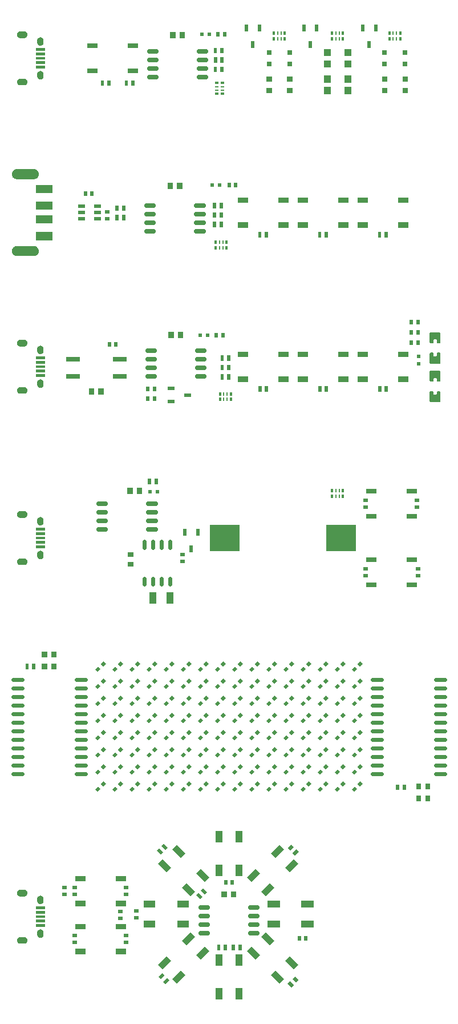
<source format=gtp>
G04 Layer: TopPasteMaskLayer*
G04 EasyEDA v6.4.25, 2021-12-03T12:49:12+01:00*
G04 610ea2077d8943ff92919c83ebf6a1f2,9c416354eb984020824aaf9c885bead6,10*
G04 Gerber Generator version 0.2*
G04 Scale: 100 percent, Rotated: No, Reflected: No *
G04 Dimensions in inches *
G04 leading zeros omitted , absolute positions ,3 integer and 6 decimal *
%FSLAX36Y36*%
%MOIN*%

%ADD13C,0.0256*%
%ADD14C,0.0236*%
%ADD17R,0.1772X0.1575*%
%ADD18R,0.0622X0.0315*%
%ADD19R,0.0421X0.0236*%
%ADD20R,0.0236X0.0421*%
%ADD21R,0.0422X0.0209*%
%ADD22R,0.0315X0.0197*%
%ADD24R,0.0197X0.0315*%
%ADD27R,0.0394X0.0709*%
%ADD28R,0.0709X0.0394*%
%ADD29R,0.0787X0.0315*%
%ADD30R,0.0315X0.0315*%
%ADD31R,0.0157X0.0217*%
%ADD32R,0.0098X0.0217*%
%ADD33R,0.0390X0.0430*%
%ADD34R,0.0236X0.0197*%
%ADD35R,0.0217X0.0157*%
%ADD36R,0.0217X0.0098*%
%ADD37R,0.0197X0.0236*%
%ADD38R,0.0315X0.0354*%
%ADD39R,0.0354X0.0315*%

%LPD*%
G36*
X81020Y-3752520D02*
G01*
X79060Y-3752620D01*
X77120Y-3752919D01*
X75220Y-3753399D01*
X73380Y-3754060D01*
X71600Y-3754920D01*
X69940Y-3755940D01*
X68360Y-3757120D01*
X66940Y-3758460D01*
X65640Y-3759940D01*
X64480Y-3761520D01*
X63500Y-3763220D01*
X62699Y-3765020D01*
X62080Y-3766880D01*
X61640Y-3768780D01*
X61400Y-3770740D01*
X61340Y-3772700D01*
X61500Y-3774660D01*
X61840Y-3776580D01*
X62360Y-3778480D01*
X63080Y-3780299D01*
X63980Y-3782040D01*
X65039Y-3783700D01*
X66260Y-3785240D01*
X67640Y-3786640D01*
X69140Y-3787900D01*
X70760Y-3789000D01*
X72480Y-3789940D01*
X74300Y-3790700D01*
X76160Y-3791280D01*
X78080Y-3791660D01*
X80040Y-3791860D01*
X102680Y-3791880D01*
X104640Y-3791800D01*
X106580Y-3791500D01*
X108480Y-3791019D01*
X110320Y-3790340D01*
X112100Y-3789500D01*
X113760Y-3788480D01*
X115320Y-3787280D01*
X116760Y-3785940D01*
X118059Y-3784480D01*
X119220Y-3782880D01*
X120200Y-3781180D01*
X121000Y-3779400D01*
X121620Y-3777540D01*
X122060Y-3775620D01*
X122300Y-3773680D01*
X122360Y-3771720D01*
X122200Y-3769760D01*
X121860Y-3767820D01*
X121340Y-3765940D01*
X120620Y-3764100D01*
X119720Y-3762360D01*
X118660Y-3760720D01*
X117440Y-3759180D01*
X116060Y-3757780D01*
X114560Y-3756520D01*
X112940Y-3755400D01*
X111220Y-3754460D01*
X109400Y-3753700D01*
X107540Y-3753120D01*
X105620Y-3752740D01*
X103660Y-3752540D01*
G37*
G36*
X81020Y-4028120D02*
G01*
X79060Y-4028200D01*
X77120Y-4028500D01*
X75220Y-4028980D01*
X73380Y-4029660D01*
X71600Y-4030500D01*
X69940Y-4031520D01*
X68360Y-4032720D01*
X66940Y-4034060D01*
X65640Y-4035520D01*
X64480Y-4037120D01*
X63500Y-4038820D01*
X62699Y-4040600D01*
X62080Y-4042460D01*
X61640Y-4044380D01*
X61400Y-4046320D01*
X61340Y-4048279D01*
X61500Y-4050240D01*
X61840Y-4052180D01*
X62360Y-4054060D01*
X63080Y-4055899D01*
X63980Y-4057640D01*
X65039Y-4059280D01*
X66260Y-4060820D01*
X67640Y-4062220D01*
X69140Y-4063480D01*
X70760Y-4064600D01*
X72480Y-4065539D01*
X74300Y-4066300D01*
X76160Y-4066880D01*
X78080Y-4067260D01*
X80040Y-4067460D01*
X102680Y-4067480D01*
X104640Y-4067380D01*
X106580Y-4067080D01*
X108480Y-4066600D01*
X110320Y-4065940D01*
X112100Y-4065080D01*
X113760Y-4064060D01*
X115320Y-4062880D01*
X116760Y-4061540D01*
X118059Y-4060059D01*
X119220Y-4058480D01*
X120200Y-4056780D01*
X121000Y-4054980D01*
X121620Y-4053120D01*
X122060Y-4051220D01*
X122300Y-4049260D01*
X122360Y-4047300D01*
X122200Y-4045340D01*
X121860Y-4043420D01*
X121340Y-4041520D01*
X120620Y-4039700D01*
X119720Y-4037960D01*
X118660Y-4036300D01*
X117440Y-4034760D01*
X116060Y-4033360D01*
X114560Y-4032100D01*
X112940Y-4031000D01*
X111220Y-4030059D01*
X109400Y-4029300D01*
X107540Y-4028720D01*
X105620Y-4028340D01*
X103660Y-4028140D01*
G37*
G36*
X197680Y-3786980D02*
G01*
X195820Y-3787120D01*
X193980Y-3787440D01*
X192200Y-3787940D01*
X190460Y-3788620D01*
X188800Y-3789480D01*
X187240Y-3790480D01*
X185780Y-3791640D01*
X184440Y-3792940D01*
X183240Y-3794380D01*
X182200Y-3795920D01*
X181300Y-3797559D01*
X180580Y-3799280D01*
X180020Y-3801060D01*
X179660Y-3802880D01*
X179480Y-3804740D01*
X179440Y-3817480D01*
X179540Y-3819340D01*
X179820Y-3821180D01*
X180280Y-3823000D01*
X180920Y-3824740D01*
X181720Y-3826420D01*
X182700Y-3828020D01*
X183820Y-3829500D01*
X185100Y-3830860D01*
X186480Y-3832100D01*
X188000Y-3833180D01*
X189620Y-3834120D01*
X191320Y-3834880D01*
X193080Y-3835480D01*
X194899Y-3835899D01*
X196759Y-3836120D01*
X198619Y-3836180D01*
X200479Y-3836040D01*
X202320Y-3835720D01*
X204100Y-3835200D01*
X205840Y-3834520D01*
X207500Y-3833680D01*
X209060Y-3832660D01*
X210520Y-3831500D01*
X211860Y-3830200D01*
X213060Y-3828780D01*
X214100Y-3827240D01*
X215000Y-3825600D01*
X215720Y-3823880D01*
X216280Y-3822100D01*
X216640Y-3820260D01*
X216820Y-3818420D01*
X216860Y-3805659D01*
X216759Y-3803800D01*
X216480Y-3801960D01*
X216020Y-3800160D01*
X215380Y-3798399D01*
X214579Y-3796720D01*
X213600Y-3795140D01*
X212480Y-3793639D01*
X211200Y-3792280D01*
X209820Y-3791040D01*
X208299Y-3789960D01*
X206680Y-3789020D01*
X204980Y-3788260D01*
X203220Y-3787660D01*
X201400Y-3787260D01*
X199540Y-3787020D01*
G37*
G36*
X197680Y-3983820D02*
G01*
X195820Y-3983960D01*
X193980Y-3984280D01*
X192200Y-3984800D01*
X190460Y-3985480D01*
X188800Y-3986320D01*
X187240Y-3987340D01*
X185780Y-3988500D01*
X184440Y-3989800D01*
X183240Y-3991220D01*
X182200Y-3992760D01*
X181300Y-3994400D01*
X180580Y-3996120D01*
X180020Y-3997900D01*
X179660Y-3999740D01*
X179480Y-4001580D01*
X179440Y-4014340D01*
X179540Y-4016200D01*
X179820Y-4018039D01*
X180280Y-4019840D01*
X180920Y-4021600D01*
X181720Y-4023279D01*
X182700Y-4024860D01*
X183820Y-4026360D01*
X185100Y-4027720D01*
X186480Y-4028960D01*
X188000Y-4030040D01*
X189620Y-4030980D01*
X191320Y-4031740D01*
X193080Y-4032340D01*
X194899Y-4032740D01*
X196759Y-4032980D01*
X198619Y-4033020D01*
X200479Y-4032880D01*
X202320Y-4032559D01*
X204100Y-4032060D01*
X205840Y-4031380D01*
X207500Y-4030520D01*
X209060Y-4029520D01*
X210520Y-4028360D01*
X211860Y-4027060D01*
X213060Y-4025620D01*
X214100Y-4024080D01*
X215000Y-4022440D01*
X215720Y-4020720D01*
X216280Y-4018940D01*
X216640Y-4017120D01*
X216820Y-4015260D01*
X216860Y-4002520D01*
X216759Y-4000659D01*
X216480Y-3998820D01*
X216020Y-3997000D01*
X215380Y-3995260D01*
X214579Y-3993580D01*
X213600Y-3991980D01*
X212480Y-3990500D01*
X211200Y-3989140D01*
X209820Y-3987900D01*
X208299Y-3986820D01*
X206680Y-3985880D01*
X204980Y-3985120D01*
X203220Y-3984520D01*
X201400Y-3984100D01*
X199540Y-3983880D01*
G37*
G36*
X171540Y-3850899D02*
G01*
X171540Y-3866700D01*
X224740Y-3866700D01*
X224740Y-3850899D01*
G37*
G36*
X171540Y-3876500D02*
G01*
X171540Y-3892300D01*
X224740Y-3892300D01*
X224740Y-3876500D01*
G37*
G36*
X171560Y-3902100D02*
G01*
X171560Y-3917900D01*
X224740Y-3917900D01*
X224740Y-3902100D01*
G37*
G36*
X171560Y-3927700D02*
G01*
X171560Y-3943500D01*
X224740Y-3943500D01*
X224740Y-3927700D01*
G37*
G36*
X171540Y-3953300D02*
G01*
X171540Y-3969100D01*
X224740Y-3969100D01*
X224740Y-3953300D01*
G37*
G36*
X81020Y-1542520D02*
G01*
X79060Y-1542620D01*
X77120Y-1542920D01*
X75220Y-1543400D01*
X73380Y-1544060D01*
X71600Y-1544920D01*
X69940Y-1545940D01*
X68360Y-1547120D01*
X66940Y-1548460D01*
X65640Y-1549940D01*
X64480Y-1551519D01*
X63500Y-1553220D01*
X62699Y-1555020D01*
X62080Y-1556879D01*
X61640Y-1558779D01*
X61400Y-1560740D01*
X61340Y-1562700D01*
X61500Y-1564660D01*
X61840Y-1566579D01*
X62360Y-1568480D01*
X63080Y-1570300D01*
X63980Y-1572040D01*
X65039Y-1573700D01*
X66260Y-1575240D01*
X67640Y-1576639D01*
X69140Y-1577900D01*
X70760Y-1579000D01*
X72480Y-1579940D01*
X74300Y-1580700D01*
X76160Y-1581279D01*
X78080Y-1581660D01*
X80040Y-1581860D01*
X102680Y-1581879D01*
X104640Y-1581800D01*
X106580Y-1581500D01*
X108480Y-1581020D01*
X110320Y-1580340D01*
X112100Y-1579500D01*
X113760Y-1578480D01*
X115320Y-1577280D01*
X116760Y-1575940D01*
X118059Y-1574480D01*
X119220Y-1572880D01*
X120200Y-1571180D01*
X121000Y-1569400D01*
X121620Y-1567540D01*
X122060Y-1565620D01*
X122300Y-1563680D01*
X122360Y-1561720D01*
X122200Y-1559760D01*
X121860Y-1557820D01*
X121340Y-1555940D01*
X120620Y-1554100D01*
X119720Y-1552360D01*
X118660Y-1550720D01*
X117440Y-1549180D01*
X116060Y-1547780D01*
X114560Y-1546519D01*
X112940Y-1545400D01*
X111220Y-1544460D01*
X109400Y-1543700D01*
X107540Y-1543120D01*
X105620Y-1542740D01*
X103660Y-1542540D01*
G37*
G36*
X81020Y-1818120D02*
G01*
X79060Y-1818200D01*
X77120Y-1818500D01*
X75220Y-1818980D01*
X73380Y-1819660D01*
X71600Y-1820500D01*
X69940Y-1821519D01*
X68360Y-1822720D01*
X66940Y-1824060D01*
X65640Y-1825520D01*
X64480Y-1827120D01*
X63500Y-1828820D01*
X62699Y-1830600D01*
X62080Y-1832460D01*
X61640Y-1834379D01*
X61400Y-1836320D01*
X61340Y-1838280D01*
X61500Y-1840240D01*
X61840Y-1842180D01*
X62360Y-1844060D01*
X63080Y-1845900D01*
X63980Y-1847640D01*
X65039Y-1849280D01*
X66260Y-1850820D01*
X67640Y-1852220D01*
X69140Y-1853480D01*
X70760Y-1854600D01*
X72480Y-1855540D01*
X74300Y-1856300D01*
X76160Y-1856879D01*
X78080Y-1857260D01*
X80040Y-1857460D01*
X102680Y-1857480D01*
X104640Y-1857380D01*
X106580Y-1857080D01*
X108480Y-1856600D01*
X110320Y-1855940D01*
X112100Y-1855080D01*
X113760Y-1854060D01*
X115320Y-1852880D01*
X116760Y-1851540D01*
X118059Y-1850060D01*
X119220Y-1848480D01*
X120200Y-1846780D01*
X121000Y-1844980D01*
X121620Y-1843120D01*
X122060Y-1841220D01*
X122300Y-1839259D01*
X122360Y-1837300D01*
X122200Y-1835340D01*
X121860Y-1833420D01*
X121340Y-1831519D01*
X120620Y-1829700D01*
X119720Y-1827960D01*
X118660Y-1826300D01*
X117440Y-1824760D01*
X116060Y-1823360D01*
X114560Y-1822100D01*
X112940Y-1821000D01*
X111220Y-1820060D01*
X109400Y-1819300D01*
X107540Y-1818720D01*
X105620Y-1818340D01*
X103660Y-1818140D01*
G37*
G36*
X197680Y-1576980D02*
G01*
X195820Y-1577120D01*
X193980Y-1577440D01*
X192200Y-1577940D01*
X190460Y-1578620D01*
X188800Y-1579480D01*
X187240Y-1580480D01*
X185780Y-1581639D01*
X184440Y-1582940D01*
X183240Y-1584379D01*
X182200Y-1585920D01*
X181300Y-1587560D01*
X180580Y-1589280D01*
X180020Y-1591060D01*
X179660Y-1592880D01*
X179480Y-1594740D01*
X179440Y-1607480D01*
X179540Y-1609340D01*
X179820Y-1611180D01*
X180280Y-1613000D01*
X180920Y-1614740D01*
X181720Y-1616420D01*
X182700Y-1618020D01*
X183820Y-1619500D01*
X185100Y-1620860D01*
X186480Y-1622100D01*
X188000Y-1623180D01*
X189620Y-1624120D01*
X191320Y-1624880D01*
X193080Y-1625480D01*
X194899Y-1625900D01*
X196759Y-1626120D01*
X198619Y-1626180D01*
X200479Y-1626040D01*
X202320Y-1625720D01*
X204100Y-1625200D01*
X205840Y-1624520D01*
X207500Y-1623680D01*
X209060Y-1622660D01*
X210520Y-1621500D01*
X211860Y-1620200D01*
X213060Y-1618779D01*
X214100Y-1617240D01*
X215000Y-1615600D01*
X215720Y-1613880D01*
X216280Y-1612100D01*
X216640Y-1610260D01*
X216820Y-1608420D01*
X216860Y-1595660D01*
X216759Y-1593800D01*
X216480Y-1591960D01*
X216020Y-1590160D01*
X215380Y-1588400D01*
X214579Y-1586720D01*
X213600Y-1585140D01*
X212480Y-1583640D01*
X211200Y-1582280D01*
X209820Y-1581040D01*
X208299Y-1579960D01*
X206680Y-1579019D01*
X204980Y-1578260D01*
X203220Y-1577660D01*
X201400Y-1577260D01*
X199540Y-1577020D01*
G37*
G36*
X197680Y-1773820D02*
G01*
X195820Y-1773959D01*
X193980Y-1774280D01*
X192200Y-1774800D01*
X190460Y-1775480D01*
X188800Y-1776320D01*
X187240Y-1777340D01*
X185780Y-1778500D01*
X184440Y-1779800D01*
X183240Y-1781220D01*
X182200Y-1782760D01*
X181300Y-1784400D01*
X180580Y-1786120D01*
X180020Y-1787900D01*
X179660Y-1789740D01*
X179480Y-1791579D01*
X179440Y-1804340D01*
X179540Y-1806200D01*
X179820Y-1808040D01*
X180280Y-1809840D01*
X180920Y-1811600D01*
X181720Y-1813280D01*
X182700Y-1814860D01*
X183820Y-1816360D01*
X185100Y-1817720D01*
X186480Y-1818959D01*
X188000Y-1820040D01*
X189620Y-1820980D01*
X191320Y-1821740D01*
X193080Y-1822340D01*
X194899Y-1822740D01*
X196759Y-1822980D01*
X198619Y-1823020D01*
X200479Y-1822880D01*
X202320Y-1822560D01*
X204100Y-1822060D01*
X205840Y-1821380D01*
X207500Y-1820520D01*
X209060Y-1819520D01*
X210520Y-1818360D01*
X211860Y-1817060D01*
X213060Y-1815620D01*
X214100Y-1814079D01*
X215000Y-1812440D01*
X215720Y-1810720D01*
X216280Y-1808940D01*
X216640Y-1807120D01*
X216820Y-1805260D01*
X216860Y-1792520D01*
X216759Y-1790660D01*
X216480Y-1788820D01*
X216020Y-1787000D01*
X215380Y-1785260D01*
X214579Y-1783580D01*
X213600Y-1781980D01*
X212480Y-1780500D01*
X211200Y-1779139D01*
X209820Y-1777900D01*
X208299Y-1776819D01*
X206680Y-1775880D01*
X204980Y-1775120D01*
X203220Y-1774520D01*
X201400Y-1774100D01*
X199540Y-1773880D01*
G37*
G36*
X171540Y-1640900D02*
G01*
X171540Y-1656699D01*
X224740Y-1656699D01*
X224740Y-1640900D01*
G37*
G36*
X171540Y-1666500D02*
G01*
X171540Y-1682300D01*
X224740Y-1682300D01*
X224740Y-1666500D01*
G37*
G36*
X171560Y-1692100D02*
G01*
X171560Y-1707900D01*
X224740Y-1707900D01*
X224740Y-1692100D01*
G37*
G36*
X171560Y-1717700D02*
G01*
X171560Y-1733500D01*
X224740Y-1733500D01*
X224740Y-1717700D01*
G37*
G36*
X171540Y-1743300D02*
G01*
X171540Y-1759100D01*
X224740Y-1759100D01*
X224740Y-1743300D01*
G37*
G36*
X81020Y-542520D02*
G01*
X79060Y-542620D01*
X77120Y-542920D01*
X75220Y-543400D01*
X73380Y-544060D01*
X71600Y-544920D01*
X69940Y-545940D01*
X68360Y-547120D01*
X66940Y-548460D01*
X65640Y-549940D01*
X64480Y-551520D01*
X63500Y-553220D01*
X62699Y-555020D01*
X62080Y-556880D01*
X61640Y-558780D01*
X61400Y-560740D01*
X61340Y-562700D01*
X61500Y-564660D01*
X61840Y-566580D01*
X62360Y-568480D01*
X63080Y-570300D01*
X63980Y-572040D01*
X65039Y-573700D01*
X66260Y-575240D01*
X67640Y-576640D01*
X69140Y-577900D01*
X70760Y-579000D01*
X72480Y-579940D01*
X74300Y-580700D01*
X76160Y-581280D01*
X78080Y-581660D01*
X80040Y-581860D01*
X102680Y-581880D01*
X104640Y-581800D01*
X106580Y-581500D01*
X108480Y-581020D01*
X110320Y-580340D01*
X112100Y-579500D01*
X113760Y-578480D01*
X115320Y-577280D01*
X116760Y-575940D01*
X118059Y-574480D01*
X119220Y-572880D01*
X120200Y-571180D01*
X121000Y-569400D01*
X121620Y-567540D01*
X122060Y-565620D01*
X122300Y-563680D01*
X122360Y-561720D01*
X122200Y-559760D01*
X121860Y-557820D01*
X121340Y-555940D01*
X120620Y-554100D01*
X119720Y-552360D01*
X118660Y-550720D01*
X117440Y-549180D01*
X116060Y-547780D01*
X114560Y-546520D01*
X112940Y-545400D01*
X111220Y-544460D01*
X109400Y-543700D01*
X107540Y-543120D01*
X105620Y-542740D01*
X103660Y-542540D01*
G37*
G36*
X81020Y-818120D02*
G01*
X79060Y-818199D01*
X77120Y-818500D01*
X75220Y-818980D01*
X73380Y-819659D01*
X71600Y-820500D01*
X69940Y-821520D01*
X68360Y-822720D01*
X66940Y-824060D01*
X65640Y-825520D01*
X64480Y-827120D01*
X63500Y-828820D01*
X62699Y-830600D01*
X62080Y-832460D01*
X61640Y-834380D01*
X61400Y-836320D01*
X61340Y-838280D01*
X61500Y-840240D01*
X61840Y-842180D01*
X62360Y-844060D01*
X63080Y-845900D01*
X63980Y-847640D01*
X65039Y-849280D01*
X66260Y-850819D01*
X67640Y-852220D01*
X69140Y-853480D01*
X70760Y-854599D01*
X72480Y-855540D01*
X74300Y-856300D01*
X76160Y-856880D01*
X78080Y-857260D01*
X80040Y-857460D01*
X102680Y-857480D01*
X104640Y-857380D01*
X106580Y-857080D01*
X108480Y-856600D01*
X110320Y-855939D01*
X112100Y-855080D01*
X113760Y-854060D01*
X115320Y-852880D01*
X116760Y-851540D01*
X118059Y-850060D01*
X119220Y-848480D01*
X120200Y-846780D01*
X121000Y-844980D01*
X121620Y-843120D01*
X122060Y-841220D01*
X122300Y-839260D01*
X122360Y-837300D01*
X122200Y-835340D01*
X121860Y-833420D01*
X121340Y-831520D01*
X120620Y-829700D01*
X119720Y-827960D01*
X118660Y-826300D01*
X117440Y-824760D01*
X116060Y-823360D01*
X114560Y-822099D01*
X112940Y-821000D01*
X111220Y-820060D01*
X109400Y-819300D01*
X107540Y-818720D01*
X105620Y-818340D01*
X103660Y-818139D01*
G37*
G36*
X197680Y-576980D02*
G01*
X195820Y-577120D01*
X193980Y-577440D01*
X192200Y-577940D01*
X190460Y-578620D01*
X188800Y-579480D01*
X187240Y-580480D01*
X185780Y-581640D01*
X184440Y-582940D01*
X183240Y-584380D01*
X182200Y-585920D01*
X181300Y-587560D01*
X180580Y-589280D01*
X180020Y-591060D01*
X179660Y-592880D01*
X179480Y-594740D01*
X179440Y-607480D01*
X179540Y-609340D01*
X179820Y-611180D01*
X180280Y-613000D01*
X180920Y-614740D01*
X181720Y-616420D01*
X182700Y-618020D01*
X183820Y-619500D01*
X185100Y-620860D01*
X186480Y-622100D01*
X188000Y-623180D01*
X189620Y-624120D01*
X191320Y-624880D01*
X193080Y-625480D01*
X194899Y-625900D01*
X196759Y-626120D01*
X198619Y-626180D01*
X200479Y-626040D01*
X202320Y-625720D01*
X204100Y-625200D01*
X205840Y-624520D01*
X207500Y-623680D01*
X209060Y-622660D01*
X210520Y-621500D01*
X211860Y-620200D01*
X213060Y-618780D01*
X214100Y-617240D01*
X215000Y-615600D01*
X215720Y-613880D01*
X216280Y-612100D01*
X216640Y-610260D01*
X216820Y-608420D01*
X216860Y-595660D01*
X216759Y-593800D01*
X216480Y-591960D01*
X216020Y-590160D01*
X215380Y-588400D01*
X214579Y-586720D01*
X213600Y-585140D01*
X212480Y-583640D01*
X211200Y-582280D01*
X209820Y-581040D01*
X208299Y-579960D01*
X206680Y-579020D01*
X204980Y-578260D01*
X203220Y-577660D01*
X201400Y-577260D01*
X199540Y-577020D01*
G37*
G36*
X197680Y-773820D02*
G01*
X195820Y-773960D01*
X193980Y-774280D01*
X192200Y-774800D01*
X190460Y-775480D01*
X188800Y-776320D01*
X187240Y-777340D01*
X185780Y-778500D01*
X184440Y-779800D01*
X183240Y-781220D01*
X182200Y-782760D01*
X181300Y-784400D01*
X180580Y-786120D01*
X180020Y-787900D01*
X179660Y-789740D01*
X179480Y-791580D01*
X179440Y-804340D01*
X179540Y-806200D01*
X179820Y-808040D01*
X180280Y-809840D01*
X180920Y-811600D01*
X181720Y-813280D01*
X182700Y-814860D01*
X183820Y-816360D01*
X185100Y-817720D01*
X186480Y-818960D01*
X188000Y-820040D01*
X189620Y-820980D01*
X191320Y-821740D01*
X193080Y-822340D01*
X194899Y-822740D01*
X196759Y-822980D01*
X198619Y-823020D01*
X200479Y-822880D01*
X202320Y-822560D01*
X204100Y-822060D01*
X205840Y-821380D01*
X207500Y-820520D01*
X209060Y-819520D01*
X210520Y-818360D01*
X211860Y-817060D01*
X213060Y-815620D01*
X214100Y-814080D01*
X215000Y-812440D01*
X215720Y-810720D01*
X216280Y-808940D01*
X216640Y-807120D01*
X216820Y-805260D01*
X216860Y-792520D01*
X216759Y-790660D01*
X216480Y-788820D01*
X216020Y-787000D01*
X215380Y-785260D01*
X214579Y-783580D01*
X213600Y-781979D01*
X212480Y-780500D01*
X211200Y-779140D01*
X209820Y-777900D01*
X208299Y-776820D01*
X206680Y-775879D01*
X204980Y-775120D01*
X203220Y-774520D01*
X201400Y-774100D01*
X199540Y-773880D01*
G37*
G36*
X171540Y-640900D02*
G01*
X171540Y-656700D01*
X224740Y-656700D01*
X224740Y-640900D01*
G37*
G36*
X171540Y-666500D02*
G01*
X171540Y-682300D01*
X224740Y-682300D01*
X224740Y-666500D01*
G37*
G36*
X171560Y-692099D02*
G01*
X171560Y-707900D01*
X224740Y-707900D01*
X224740Y-692099D01*
G37*
G36*
X171560Y-717700D02*
G01*
X171560Y-733500D01*
X224740Y-733500D01*
X224740Y-717700D01*
G37*
G36*
X171540Y-743300D02*
G01*
X171540Y-759100D01*
X224740Y-759100D01*
X224740Y-743300D01*
G37*
G36*
X81020Y1257480D02*
G01*
X79060Y1257380D01*
X77120Y1257080D01*
X75220Y1256600D01*
X73380Y1255940D01*
X71600Y1255080D01*
X69940Y1254060D01*
X68360Y1252880D01*
X66940Y1251540D01*
X65640Y1250060D01*
X64480Y1248480D01*
X63500Y1246780D01*
X62699Y1244980D01*
X62080Y1243120D01*
X61640Y1241220D01*
X61400Y1239260D01*
X61340Y1237300D01*
X61500Y1235340D01*
X61840Y1233420D01*
X62360Y1231520D01*
X63080Y1229700D01*
X63980Y1227960D01*
X65039Y1226300D01*
X66260Y1224760D01*
X67640Y1223360D01*
X69140Y1222100D01*
X70760Y1221000D01*
X72480Y1220060D01*
X74300Y1219300D01*
X76160Y1218720D01*
X78080Y1218340D01*
X80040Y1218140D01*
X102680Y1218120D01*
X104640Y1218200D01*
X106580Y1218500D01*
X108480Y1218980D01*
X110320Y1219660D01*
X112100Y1220500D01*
X113760Y1221520D01*
X115320Y1222720D01*
X116760Y1224060D01*
X118059Y1225520D01*
X119220Y1227120D01*
X120200Y1228820D01*
X121000Y1230600D01*
X121620Y1232460D01*
X122060Y1234380D01*
X122300Y1236320D01*
X122360Y1238280D01*
X122200Y1240240D01*
X121860Y1242180D01*
X121340Y1244060D01*
X120620Y1245900D01*
X119720Y1247640D01*
X118660Y1249280D01*
X117440Y1250820D01*
X116060Y1252220D01*
X114560Y1253480D01*
X112940Y1254600D01*
X111220Y1255540D01*
X109400Y1256300D01*
X107540Y1256880D01*
X105620Y1257260D01*
X103660Y1257460D01*
G37*
G36*
X81020Y981880D02*
G01*
X79060Y981800D01*
X77120Y981500D01*
X75220Y981020D01*
X73380Y980340D01*
X71600Y979500D01*
X69940Y978480D01*
X68360Y977280D01*
X66940Y975939D01*
X65640Y974479D01*
X64480Y972880D01*
X63500Y971180D01*
X62699Y969400D01*
X62080Y967540D01*
X61640Y965620D01*
X61400Y963680D01*
X61340Y961720D01*
X61500Y959760D01*
X61840Y957820D01*
X62360Y955939D01*
X63080Y954100D01*
X63980Y952360D01*
X65039Y950720D01*
X66260Y949180D01*
X67640Y947780D01*
X69140Y946520D01*
X70760Y945400D01*
X72480Y944460D01*
X74300Y943700D01*
X76160Y943120D01*
X78080Y942740D01*
X80040Y942540D01*
X102680Y942520D01*
X104640Y942620D01*
X106580Y942920D01*
X108480Y943400D01*
X110320Y944060D01*
X112100Y944920D01*
X113760Y945939D01*
X115320Y947120D01*
X116760Y948460D01*
X118059Y949940D01*
X119220Y951520D01*
X120200Y953220D01*
X121000Y955020D01*
X121620Y956880D01*
X122060Y958780D01*
X122300Y960740D01*
X122360Y962700D01*
X122200Y964659D01*
X121860Y966580D01*
X121340Y968480D01*
X120620Y970300D01*
X119720Y972039D01*
X118660Y973700D01*
X117440Y975240D01*
X116060Y976640D01*
X114560Y977900D01*
X112940Y979000D01*
X111220Y979940D01*
X109400Y980699D01*
X107540Y981280D01*
X105620Y981660D01*
X103660Y981860D01*
G37*
G36*
X197680Y1223020D02*
G01*
X195820Y1222880D01*
X193980Y1222560D01*
X192200Y1222060D01*
X190460Y1221380D01*
X188800Y1220520D01*
X187240Y1219520D01*
X185780Y1218360D01*
X184440Y1217060D01*
X183240Y1215620D01*
X182200Y1214080D01*
X181300Y1212440D01*
X180580Y1210720D01*
X180020Y1208940D01*
X179660Y1207120D01*
X179480Y1205260D01*
X179440Y1192520D01*
X179540Y1190660D01*
X179820Y1188820D01*
X180280Y1187000D01*
X180920Y1185260D01*
X181720Y1183580D01*
X182700Y1181980D01*
X183820Y1180500D01*
X185100Y1179140D01*
X186480Y1177900D01*
X188000Y1176820D01*
X189620Y1175880D01*
X191320Y1175120D01*
X193080Y1174520D01*
X194899Y1174100D01*
X196759Y1173880D01*
X198619Y1173820D01*
X200479Y1173960D01*
X202320Y1174280D01*
X204100Y1174800D01*
X205840Y1175480D01*
X207500Y1176320D01*
X209060Y1177340D01*
X210520Y1178500D01*
X211860Y1179800D01*
X213060Y1181220D01*
X214100Y1182760D01*
X215000Y1184400D01*
X215720Y1186120D01*
X216280Y1187900D01*
X216640Y1189740D01*
X216820Y1191580D01*
X216860Y1204340D01*
X216759Y1206200D01*
X216480Y1208040D01*
X216020Y1209840D01*
X215380Y1211600D01*
X214579Y1213280D01*
X213600Y1214860D01*
X212480Y1216360D01*
X211200Y1217720D01*
X209820Y1218960D01*
X208299Y1220040D01*
X206680Y1220980D01*
X204980Y1221740D01*
X203220Y1222340D01*
X201400Y1222740D01*
X199540Y1222980D01*
G37*
G36*
X197680Y1026180D02*
G01*
X195820Y1026040D01*
X193980Y1025720D01*
X192200Y1025200D01*
X190460Y1024520D01*
X188800Y1023680D01*
X187240Y1022660D01*
X185780Y1021500D01*
X184440Y1020200D01*
X183240Y1018780D01*
X182200Y1017240D01*
X181300Y1015600D01*
X180580Y1013880D01*
X180020Y1012099D01*
X179660Y1010260D01*
X179480Y1008420D01*
X179440Y995660D01*
X179540Y993800D01*
X179820Y991960D01*
X180280Y990160D01*
X180920Y988400D01*
X181720Y986720D01*
X182700Y985140D01*
X183820Y983640D01*
X185100Y982280D01*
X186480Y981040D01*
X188000Y979960D01*
X189620Y979020D01*
X191320Y978259D01*
X193080Y977660D01*
X194899Y977260D01*
X196759Y977020D01*
X198619Y976979D01*
X200479Y977120D01*
X202320Y977440D01*
X204100Y977940D01*
X205840Y978620D01*
X207500Y979479D01*
X209060Y980480D01*
X210520Y981640D01*
X211860Y982940D01*
X213060Y984380D01*
X214100Y985920D01*
X215000Y987560D01*
X215720Y989280D01*
X216280Y991060D01*
X216640Y992880D01*
X216820Y994740D01*
X216860Y1007480D01*
X216759Y1009340D01*
X216480Y1011180D01*
X216020Y1013000D01*
X215380Y1014740D01*
X214579Y1016420D01*
X213600Y1018020D01*
X212480Y1019500D01*
X211200Y1020860D01*
X209820Y1022099D01*
X208299Y1023180D01*
X206680Y1024120D01*
X204980Y1024880D01*
X203220Y1025480D01*
X201400Y1025900D01*
X199540Y1026120D01*
G37*
G36*
X171540Y1159100D02*
G01*
X171540Y1143300D01*
X224740Y1143300D01*
X224740Y1159100D01*
G37*
G36*
X171540Y1133500D02*
G01*
X171540Y1117700D01*
X224740Y1117700D01*
X224740Y1133500D01*
G37*
G36*
X171560Y1107900D02*
G01*
X171560Y1092100D01*
X224740Y1092100D01*
X224740Y1107900D01*
G37*
G36*
X171560Y1082300D02*
G01*
X171560Y1066500D01*
X224740Y1066500D01*
X224740Y1082300D01*
G37*
G36*
X171540Y1056700D02*
G01*
X171540Y1040900D01*
X224740Y1040900D01*
X224740Y1056700D01*
G37*
G36*
X60679Y5140D02*
G01*
X57740Y5000D01*
X54820Y4560D01*
X51960Y3840D01*
X49200Y2819D01*
X46560Y1540D01*
X44040Y20D01*
X41700Y-1760D01*
X39540Y-3760D01*
X37580Y-5980D01*
X35860Y-8360D01*
X34400Y-10920D01*
X33180Y-13600D01*
X32240Y-16379D01*
X31600Y-19260D01*
X31220Y-22180D01*
X31160Y-25120D01*
X31220Y-26600D01*
X31600Y-29520D01*
X32240Y-32380D01*
X33180Y-35180D01*
X34400Y-37860D01*
X35860Y-40400D01*
X37580Y-42800D01*
X39540Y-45000D01*
X40580Y-46040D01*
X42840Y-47920D01*
X45279Y-49580D01*
X47859Y-50980D01*
X50580Y-52140D01*
X53380Y-53000D01*
X56280Y-53580D01*
X59200Y-53880D01*
X159100Y-53920D01*
X162040Y-53760D01*
X164940Y-53320D01*
X167800Y-52600D01*
X170560Y-51600D01*
X173220Y-50320D01*
X175740Y-48780D01*
X178080Y-47000D01*
X180240Y-45000D01*
X182180Y-42800D01*
X183900Y-40400D01*
X185380Y-37860D01*
X186580Y-35180D01*
X187520Y-32380D01*
X188180Y-29520D01*
X188540Y-26600D01*
X188619Y-23640D01*
X188400Y-20720D01*
X187880Y-17820D01*
X187079Y-14980D01*
X186020Y-12240D01*
X184660Y-9620D01*
X183080Y-7140D01*
X181240Y-4840D01*
X179180Y-2740D01*
X176920Y-840D01*
X174500Y820D01*
X171900Y2220D01*
X169200Y3360D01*
X167800Y3840D01*
X164940Y4560D01*
X162040Y5000D01*
X159100Y5140D01*
G37*
G36*
X60679Y453960D02*
G01*
X57740Y453800D01*
X54820Y453360D01*
X51960Y452640D01*
X49200Y451640D01*
X46560Y450360D01*
X44040Y448820D01*
X41700Y447040D01*
X40580Y446079D01*
X38540Y443960D01*
X36700Y441659D01*
X35100Y439180D01*
X33760Y436560D01*
X32679Y433820D01*
X31880Y431000D01*
X31380Y428100D01*
X31220Y426640D01*
X31160Y423680D01*
X31380Y420760D01*
X31880Y417860D01*
X32679Y415020D01*
X33760Y412280D01*
X35100Y409660D01*
X36700Y407180D01*
X38540Y404880D01*
X40580Y402780D01*
X42840Y400880D01*
X45279Y399219D01*
X47859Y397819D01*
X50580Y396680D01*
X51960Y396200D01*
X54820Y395480D01*
X57740Y395040D01*
X60679Y394900D01*
X160560Y394940D01*
X163500Y395220D01*
X166380Y395820D01*
X167800Y396200D01*
X170560Y397220D01*
X173220Y398500D01*
X175740Y400020D01*
X178080Y401800D01*
X180240Y403800D01*
X182180Y406019D01*
X183900Y408400D01*
X185380Y410959D01*
X186580Y413640D01*
X187520Y416420D01*
X188180Y419300D01*
X188540Y422220D01*
X188619Y425160D01*
X188400Y428100D01*
X187880Y431000D01*
X187079Y433820D01*
X186020Y436560D01*
X184660Y439180D01*
X183080Y441659D01*
X181240Y443960D01*
X179180Y446079D01*
X176920Y447960D01*
X174500Y449620D01*
X171900Y451019D01*
X169200Y452180D01*
X166380Y453040D01*
X163500Y453620D01*
X160560Y453920D01*
G37*
G36*
X170900Y361420D02*
G01*
X170900Y314160D01*
X269320Y314160D01*
X269320Y361420D01*
G37*
G36*
X170900Y262980D02*
G01*
X170900Y215740D01*
X269320Y215740D01*
X269320Y262980D01*
G37*
G36*
X170900Y184240D02*
G01*
X170900Y137000D01*
X269320Y137000D01*
X269320Y184240D01*
G37*
G36*
X170900Y85820D02*
G01*
X170900Y38580D01*
X269320Y38580D01*
X269320Y85820D01*
G37*
G36*
X2477440Y-842560D02*
G01*
X2473500Y-846500D01*
X2473500Y-903000D01*
X2477440Y-906919D01*
X2532560Y-906919D01*
X2536500Y-903000D01*
X2536500Y-846500D01*
X2532560Y-842560D01*
X2517980Y-842560D01*
X2514040Y-846500D01*
X2514040Y-860500D01*
X2510100Y-864440D01*
X2499900Y-864440D01*
X2495960Y-860500D01*
X2495960Y-846500D01*
X2492020Y-842560D01*
G37*
G36*
X2477440Y-723080D02*
G01*
X2473500Y-727000D01*
X2473500Y-783500D01*
X2477440Y-787440D01*
X2492020Y-787440D01*
X2495960Y-783500D01*
X2495960Y-769500D01*
X2499900Y-765560D01*
X2510100Y-765560D01*
X2514040Y-769500D01*
X2514040Y-783500D01*
X2517980Y-787440D01*
X2532560Y-787440D01*
X2536500Y-783500D01*
X2536500Y-727000D01*
X2532560Y-723080D01*
G37*
G36*
X2477440Y-617560D02*
G01*
X2473500Y-621500D01*
X2473500Y-678000D01*
X2477440Y-681919D01*
X2532560Y-681919D01*
X2536500Y-678000D01*
X2536500Y-621500D01*
X2532560Y-617560D01*
X2517980Y-617560D01*
X2514040Y-621500D01*
X2514040Y-635500D01*
X2510100Y-639440D01*
X2499900Y-639440D01*
X2495960Y-635500D01*
X2495960Y-621500D01*
X2492020Y-617560D01*
G37*
G36*
X2477440Y-498080D02*
G01*
X2473500Y-502000D01*
X2473500Y-558500D01*
X2477440Y-562440D01*
X2492020Y-562440D01*
X2495960Y-558500D01*
X2495960Y-544500D01*
X2499900Y-540560D01*
X2510100Y-540560D01*
X2514040Y-544500D01*
X2514040Y-558500D01*
X2517980Y-562440D01*
X2532560Y-562440D01*
X2536500Y-558500D01*
X2536500Y-502000D01*
X2532560Y-498080D01*
G37*
D13*
X1125001Y990000D02*
G01*
X1166338Y990000D01*
X1125001Y1040000D02*
G01*
X1166338Y1040000D01*
X1125001Y1090000D02*
G01*
X1166338Y1090000D01*
X1125001Y1140000D02*
G01*
X1166338Y1140000D01*
X833661Y990000D02*
G01*
X874998Y990000D01*
X833661Y1040000D02*
G01*
X874998Y1040000D01*
X833661Y1090000D02*
G01*
X874998Y1090000D01*
X833661Y1140000D02*
G01*
X874998Y1140000D01*
X1110001Y90000D02*
G01*
X1151338Y90000D01*
X1110001Y140000D02*
G01*
X1151338Y140000D01*
X1110001Y190000D02*
G01*
X1151338Y190000D01*
X1110001Y240000D02*
G01*
X1151338Y240000D01*
X818661Y90000D02*
G01*
X859998Y90000D01*
X818661Y140000D02*
G01*
X859998Y140000D01*
X818661Y190000D02*
G01*
X859998Y190000D01*
X818661Y240000D02*
G01*
X859998Y240000D01*
D14*
X2137421Y-3075000D02*
G01*
X2192538Y-3075000D01*
X2137421Y-3025000D02*
G01*
X2192538Y-3025000D01*
X2137421Y-2975000D02*
G01*
X2192538Y-2975000D01*
X2137421Y-2925000D02*
G01*
X2192538Y-2925000D01*
X2137421Y-2875000D02*
G01*
X2192538Y-2875000D01*
X2137421Y-2825000D02*
G01*
X2192538Y-2825000D01*
X2137421Y-2775000D02*
G01*
X2192538Y-2775000D01*
X2137421Y-2725000D02*
G01*
X2192538Y-2725000D01*
X2137421Y-2675000D02*
G01*
X2192538Y-2675000D01*
X2137421Y-2625000D02*
G01*
X2192538Y-2625000D01*
X2137421Y-2575000D02*
G01*
X2192538Y-2575000D01*
X2137421Y-2525000D02*
G01*
X2192538Y-2525000D01*
X2507501Y-2525000D02*
G01*
X2562619Y-2525000D01*
X2507501Y-2575000D02*
G01*
X2562619Y-2575000D01*
X2507501Y-2625000D02*
G01*
X2562619Y-2625000D01*
X2507501Y-2675000D02*
G01*
X2562619Y-2675000D01*
X2507501Y-2725000D02*
G01*
X2562619Y-2725000D01*
X2507501Y-2775000D02*
G01*
X2562619Y-2775000D01*
X2507501Y-2825000D02*
G01*
X2562619Y-2825000D01*
X2507501Y-2875000D02*
G01*
X2562619Y-2875000D01*
X2507501Y-2925000D02*
G01*
X2562619Y-2925000D01*
X2507501Y-2975000D02*
G01*
X2562619Y-2975000D01*
X2507501Y-3025000D02*
G01*
X2562619Y-3025000D01*
X2507501Y-3075000D02*
G01*
X2562619Y-3075000D01*
X462618Y-2525000D02*
G01*
X407501Y-2525000D01*
X462618Y-2575000D02*
G01*
X407501Y-2575000D01*
X462618Y-2625000D02*
G01*
X407501Y-2625000D01*
X462618Y-2675000D02*
G01*
X407501Y-2675000D01*
X462618Y-2725000D02*
G01*
X407501Y-2725000D01*
X462618Y-2775000D02*
G01*
X407501Y-2775000D01*
X462618Y-2825000D02*
G01*
X407501Y-2825000D01*
X462618Y-2875000D02*
G01*
X407501Y-2875000D01*
X462618Y-2925000D02*
G01*
X407501Y-2925000D01*
X462618Y-2975000D02*
G01*
X407501Y-2975000D01*
X462618Y-3025000D02*
G01*
X407501Y-3025000D01*
X462618Y-3075000D02*
G01*
X407501Y-3075000D01*
X92539Y-3075000D02*
G01*
X37420Y-3075000D01*
X92539Y-3025000D02*
G01*
X37420Y-3025000D01*
X92539Y-2975000D02*
G01*
X37420Y-2975000D01*
X92539Y-2925000D02*
G01*
X37420Y-2925000D01*
X92539Y-2875000D02*
G01*
X37420Y-2875000D01*
X92539Y-2825000D02*
G01*
X37420Y-2825000D01*
X92539Y-2775000D02*
G01*
X37420Y-2775000D01*
X92539Y-2725000D02*
G01*
X37420Y-2725000D01*
X92539Y-2675000D02*
G01*
X37420Y-2675000D01*
X92539Y-2625000D02*
G01*
X37420Y-2625000D01*
X92539Y-2575000D02*
G01*
X37420Y-2575000D01*
X92539Y-2525000D02*
G01*
X37420Y-2525000D01*
X955000Y-1755241D02*
G01*
X955000Y-1719020D01*
X905000Y-1755241D02*
G01*
X905000Y-1719020D01*
X855000Y-1755241D02*
G01*
X855000Y-1719020D01*
X805000Y-1755241D02*
G01*
X805000Y-1719020D01*
X955000Y-1970979D02*
G01*
X955000Y-1934760D01*
X905000Y-1970979D02*
G01*
X905000Y-1934760D01*
X855000Y-1970979D02*
G01*
X855000Y-1934760D01*
X805000Y-1970979D02*
G01*
X805000Y-1934760D01*
D13*
X1115001Y-755000D02*
G01*
X1156338Y-755000D01*
X1115001Y-705000D02*
G01*
X1156338Y-705000D01*
X1115001Y-655000D02*
G01*
X1156338Y-655000D01*
X1115001Y-605000D02*
G01*
X1156338Y-605000D01*
X823661Y-755000D02*
G01*
X864998Y-755000D01*
X823661Y-705000D02*
G01*
X864998Y-705000D01*
X823661Y-655000D02*
G01*
X864998Y-655000D01*
X823661Y-605000D02*
G01*
X864998Y-605000D01*
X1425001Y-4005000D02*
G01*
X1466338Y-4005000D01*
X1425001Y-3955000D02*
G01*
X1466338Y-3955000D01*
X1425001Y-3905000D02*
G01*
X1466338Y-3905000D01*
X1425001Y-3855000D02*
G01*
X1466338Y-3855000D01*
X1133661Y-4005000D02*
G01*
X1174998Y-4005000D01*
X1133661Y-3955000D02*
G01*
X1174998Y-3955000D01*
X1133661Y-3905000D02*
G01*
X1174998Y-3905000D01*
X1133661Y-3855000D02*
G01*
X1174998Y-3855000D01*
X830001Y-1650000D02*
G01*
X871338Y-1650000D01*
X830001Y-1600000D02*
G01*
X871338Y-1600000D01*
X830001Y-1550000D02*
G01*
X871338Y-1550000D01*
X830001Y-1500000D02*
G01*
X871338Y-1500000D01*
X538661Y-1650000D02*
G01*
X579998Y-1650000D01*
X538661Y-1600000D02*
G01*
X579998Y-1600000D01*
X538661Y-1550000D02*
G01*
X579998Y-1550000D01*
X538661Y-1500000D02*
G01*
X579998Y-1500000D01*
D17*
G01*
X1276419Y-1700000D03*
G01*
X1953580Y-1700000D03*
G36*
X1350767Y288537D02*
G01*
X1412971Y288537D01*
X1412971Y257042D01*
X1350767Y257042D01*
G37*
G36*
X1586988Y288537D02*
G01*
X1649192Y288537D01*
X1649192Y257042D01*
X1586988Y257042D01*
G37*
G36*
X1350767Y142878D02*
G01*
X1412971Y142878D01*
X1412971Y111381D01*
X1350767Y111381D01*
G37*
G36*
X1586988Y142878D02*
G01*
X1649192Y142878D01*
X1649192Y111381D01*
X1586988Y111381D01*
G37*
G36*
X1700767Y288537D02*
G01*
X1762971Y288537D01*
X1762971Y257042D01*
X1700767Y257042D01*
G37*
G36*
X1936988Y288537D02*
G01*
X1999192Y288537D01*
X1999192Y257042D01*
X1936988Y257042D01*
G37*
G36*
X1700767Y142878D02*
G01*
X1762971Y142878D01*
X1762971Y111381D01*
X1700767Y111381D01*
G37*
G36*
X1936988Y142878D02*
G01*
X1999192Y142878D01*
X1999192Y111381D01*
X1936988Y111381D01*
G37*
G36*
X2050767Y288537D02*
G01*
X2112971Y288537D01*
X2112971Y257042D01*
X2050767Y257042D01*
G37*
G36*
X2286988Y288537D02*
G01*
X2349192Y288537D01*
X2349192Y257042D01*
X2286988Y257042D01*
G37*
G36*
X2050767Y142878D02*
G01*
X2112971Y142878D01*
X2112971Y111381D01*
X2050767Y111381D01*
G37*
G36*
X2286988Y142878D02*
G01*
X2349192Y142878D01*
X2349192Y111381D01*
X2286988Y111381D01*
G37*
D18*
G01*
X738090Y1027130D03*
G01*
X501869Y1027130D03*
G01*
X738090Y1172790D03*
G01*
X501869Y1172790D03*
G36*
X1350767Y-611462D02*
G01*
X1412971Y-611462D01*
X1412971Y-642957D01*
X1350767Y-642957D01*
G37*
G36*
X1586988Y-611462D02*
G01*
X1649192Y-611462D01*
X1649192Y-642957D01*
X1586988Y-642957D01*
G37*
G36*
X1350767Y-757121D02*
G01*
X1412971Y-757121D01*
X1412971Y-788618D01*
X1350767Y-788618D01*
G37*
G36*
X1586988Y-757121D02*
G01*
X1649192Y-757121D01*
X1649192Y-788618D01*
X1586988Y-788618D01*
G37*
G36*
X1700767Y-611462D02*
G01*
X1762971Y-611462D01*
X1762971Y-642957D01*
X1700767Y-642957D01*
G37*
G36*
X1936988Y-611462D02*
G01*
X1999192Y-611462D01*
X1999192Y-642957D01*
X1936988Y-642957D01*
G37*
G36*
X1700767Y-757121D02*
G01*
X1762971Y-757121D01*
X1762971Y-788618D01*
X1700767Y-788618D01*
G37*
G36*
X1936988Y-757121D02*
G01*
X1999192Y-757121D01*
X1999192Y-788618D01*
X1936988Y-788618D01*
G37*
G36*
X2050767Y-611462D02*
G01*
X2112971Y-611462D01*
X2112971Y-642957D01*
X2050767Y-642957D01*
G37*
G36*
X2286988Y-611462D02*
G01*
X2349192Y-611462D01*
X2349192Y-642957D01*
X2286988Y-642957D01*
G37*
G36*
X2050767Y-757121D02*
G01*
X2112971Y-757121D01*
X2112971Y-788618D01*
X2050767Y-788618D01*
G37*
G36*
X2286988Y-757121D02*
G01*
X2349192Y-757121D01*
X2349192Y-788618D01*
X2286988Y-788618D01*
G37*
G36*
X400767Y-3671361D02*
G01*
X462971Y-3671361D01*
X462971Y-3702858D01*
X400767Y-3702858D01*
G37*
G36*
X636988Y-3671361D02*
G01*
X699191Y-3671361D01*
X699191Y-3702858D01*
X636988Y-3702858D01*
G37*
G36*
X400767Y-3817022D02*
G01*
X462971Y-3817022D01*
X462971Y-3848517D01*
X400767Y-3848517D01*
G37*
G36*
X636988Y-3817022D02*
G01*
X699191Y-3817022D01*
X699191Y-3848517D01*
X636988Y-3848517D01*
G37*
G36*
X400767Y-3951361D02*
G01*
X462971Y-3951361D01*
X462971Y-3982858D01*
X400767Y-3982858D01*
G37*
G36*
X636988Y-3951361D02*
G01*
X699191Y-3951361D01*
X699191Y-3982858D01*
X636988Y-3982858D01*
G37*
G36*
X400767Y-4097022D02*
G01*
X462971Y-4097022D01*
X462971Y-4128517D01*
X400767Y-4128517D01*
G37*
G36*
X636988Y-4097022D02*
G01*
X699191Y-4097022D01*
X699191Y-4128517D01*
X636988Y-4128517D01*
G37*
G01*
X2368090Y-1972869D03*
G01*
X2131869Y-1972869D03*
G01*
X2368090Y-1827210D03*
G01*
X2131869Y-1827210D03*
G01*
X2368090Y-1572869D03*
G01*
X2131869Y-1572869D03*
G01*
X2368090Y-1427210D03*
G01*
X2131869Y-1427210D03*
D19*
G01*
X961379Y-827600D03*
G01*
X961379Y-902399D03*
G01*
X1058620Y-865000D03*
D20*
G01*
X1117399Y-1666379D03*
G01*
X1042600Y-1666379D03*
G01*
X1080000Y-1763620D03*
G01*
X1477399Y1278620D03*
G01*
X1402600Y1278620D03*
G01*
X1440000Y1181379D03*
G01*
X1812399Y1278620D03*
G01*
X1737600Y1278620D03*
G01*
X1775000Y1181379D03*
G01*
X2157399Y1278620D03*
G01*
X2082600Y1278620D03*
G01*
X2120000Y1181379D03*
D21*
G01*
X439760Y237399D03*
G01*
X439760Y200000D03*
G01*
X439760Y162600D03*
G01*
X530239Y162600D03*
G01*
X530239Y200000D03*
G01*
X530239Y237399D03*
D22*
G01*
X1030000Y-1834690D03*
G01*
X1030000Y-1795320D03*
G36*
X1144174Y-3793096D02*
G01*
X1130255Y-3807015D01*
X1107984Y-3784744D01*
X1121904Y-3770825D01*
G37*
G36*
X1172013Y-3765257D02*
G01*
X1158095Y-3779176D01*
X1135824Y-3756904D01*
X1149742Y-3742986D01*
G37*
G01*
X665000Y-3919690D03*
G01*
X665000Y-3880320D03*
G01*
X340000Y-3779690D03*
G01*
X340000Y-3740320D03*
D27*
G01*
X1359040Y-4161590D03*
G01*
X1240940Y-4161590D03*
G01*
X1240940Y-4358440D03*
G01*
X1359040Y-4358440D03*
G36*
X1516006Y-3999684D02*
G01*
X1566117Y-4049794D01*
X1538278Y-4077633D01*
X1488167Y-4027522D01*
G37*
G36*
X1432497Y-4083193D02*
G01*
X1482608Y-4133303D01*
X1454768Y-4161142D01*
X1404659Y-4111032D01*
G37*
G36*
X1571692Y-4222386D02*
G01*
X1621801Y-4272496D01*
X1593963Y-4300336D01*
X1543852Y-4250225D01*
G37*
G36*
X1655200Y-4138877D02*
G01*
X1705311Y-4188987D01*
X1677471Y-4216826D01*
X1627362Y-4166716D01*
G37*
G36*
X1526126Y-3816275D02*
G01*
X1596993Y-3816275D01*
X1596993Y-3855644D01*
X1526126Y-3855644D01*
G37*
G36*
X1526126Y-3934375D02*
G01*
X1596993Y-3934375D01*
X1596993Y-3973744D01*
X1526126Y-3973744D01*
G37*
G36*
X1722977Y-3934375D02*
G01*
X1793842Y-3934375D01*
X1793842Y-3973744D01*
X1722977Y-3973744D01*
G37*
G36*
X1722977Y-3816275D02*
G01*
X1793842Y-3816275D01*
X1793842Y-3855644D01*
X1722977Y-3855644D01*
G37*
G36*
X1404659Y-3678987D02*
G01*
X1454768Y-3628877D01*
X1482608Y-3656716D01*
X1432497Y-3706826D01*
G37*
G36*
X1488167Y-3762496D02*
G01*
X1538278Y-3712386D01*
X1566117Y-3740225D01*
X1516006Y-3790336D01*
G37*
G36*
X1627362Y-3623303D02*
G01*
X1677471Y-3573193D01*
X1705311Y-3601032D01*
X1655200Y-3651142D01*
G37*
G36*
X1543852Y-3539794D02*
G01*
X1593963Y-3489684D01*
X1621801Y-3517522D01*
X1571692Y-3567633D01*
G37*
G01*
X1240940Y-3638440D03*
G01*
X1359040Y-3638440D03*
G01*
X1359040Y-3441590D03*
G01*
X1240940Y-3441590D03*
G36*
X1073963Y-3790336D02*
G01*
X1023852Y-3740225D01*
X1051692Y-3712386D01*
X1101801Y-3762496D01*
G37*
G36*
X1157471Y-3706826D02*
G01*
X1107362Y-3656716D01*
X1135200Y-3628877D01*
X1185311Y-3678987D01*
G37*
G36*
X1018278Y-3567633D02*
G01*
X968167Y-3517522D01*
X996006Y-3489684D01*
X1046117Y-3539794D01*
G37*
G36*
X934768Y-3651142D02*
G01*
X884659Y-3601032D01*
X912497Y-3573193D01*
X962608Y-3623303D01*
G37*
D28*
G01*
X1033410Y-3954059D03*
G01*
X1033410Y-3835960D03*
G01*
X836559Y-3835960D03*
G01*
X836559Y-3954059D03*
G36*
X1185311Y-4111032D02*
G01*
X1135200Y-4161142D01*
X1107362Y-4133303D01*
X1157471Y-4083193D01*
G37*
G36*
X1101801Y-4027522D02*
G01*
X1051692Y-4077633D01*
X1023852Y-4049794D01*
X1073963Y-3999684D01*
G37*
G36*
X962608Y-4166716D02*
G01*
X912497Y-4216826D01*
X884659Y-4188987D01*
X934768Y-4138877D01*
G37*
G36*
X1046117Y-4250225D02*
G01*
X996006Y-4300336D01*
X968167Y-4272496D01*
X1018278Y-4222386D01*
G37*
D29*
G01*
X387210Y-655000D03*
G01*
X387199Y-755000D03*
G01*
X662800Y-755000D03*
G01*
X662800Y-655000D03*
D24*
G01*
X2365309Y-440000D03*
G01*
X2404679Y-440000D03*
D27*
G01*
X954210Y-2050000D03*
G01*
X855789Y-2050000D03*
D30*
G01*
X1655000Y1133499D03*
G01*
X1655000Y1066500D03*
G36*
X1639251Y927247D02*
G01*
X1670748Y927247D01*
X1670748Y895752D01*
X1639251Y895752D01*
G37*
G36*
X1639251Y994247D02*
G01*
X1670748Y994247D01*
X1670748Y962752D01*
X1639251Y962752D01*
G37*
G36*
X1519251Y927247D02*
G01*
X1550748Y927247D01*
X1550748Y895752D01*
X1519251Y895752D01*
G37*
G36*
X1519251Y994247D02*
G01*
X1550748Y994247D01*
X1550748Y962752D01*
X1519251Y962752D01*
G37*
G01*
X1535000Y1133499D03*
G01*
X1535000Y1066500D03*
G01*
X2330000Y1133499D03*
G01*
X2330000Y1066500D03*
G36*
X2314251Y927247D02*
G01*
X2345748Y927247D01*
X2345748Y895752D01*
X2314251Y895752D01*
G37*
G36*
X2314251Y994247D02*
G01*
X2345748Y994247D01*
X2345748Y962752D01*
X2314251Y962752D01*
G37*
G36*
X2194251Y927247D02*
G01*
X2225748Y927247D01*
X2225748Y895752D01*
X2194251Y895752D01*
G37*
G36*
X2194251Y994247D02*
G01*
X2225748Y994247D01*
X2225748Y962752D01*
X2194251Y962752D01*
G37*
G01*
X2210000Y1133499D03*
G01*
X2210000Y1066500D03*
G36*
X674843Y240747D02*
G01*
X694528Y240747D01*
X694528Y209252D01*
X674843Y209252D01*
G37*
G36*
X635473Y240747D02*
G01*
X655158Y240747D01*
X655158Y209252D01*
X635473Y209252D01*
G37*
G36*
X674843Y185747D02*
G01*
X694528Y185747D01*
X694528Y154252D01*
X674843Y154252D01*
G37*
G36*
X635473Y185747D02*
G01*
X655158Y185747D01*
X655158Y154252D01*
X635473Y154252D01*
G37*
G36*
X1244843Y255747D02*
G01*
X1264528Y255747D01*
X1264528Y224252D01*
X1244843Y224252D01*
G37*
G36*
X1205473Y255747D02*
G01*
X1225158Y255747D01*
X1225158Y224252D01*
X1205473Y224252D01*
G37*
G36*
X1244900Y200734D02*
G01*
X1264585Y200734D01*
X1264585Y169238D01*
X1244900Y169238D01*
G37*
G36*
X1205531Y200734D02*
G01*
X1225216Y200734D01*
X1225216Y169238D01*
X1205531Y169238D01*
G37*
G36*
X1244843Y145747D02*
G01*
X1264528Y145747D01*
X1264528Y114252D01*
X1244843Y114252D01*
G37*
G36*
X1205473Y145747D02*
G01*
X1225158Y145747D01*
X1225158Y114252D01*
X1205473Y114252D01*
G37*
G36*
X1249843Y1160747D02*
G01*
X1269528Y1160747D01*
X1269528Y1129252D01*
X1249843Y1129252D01*
G37*
G36*
X1210473Y1160747D02*
G01*
X1230158Y1160747D01*
X1230158Y1129252D01*
X1210473Y1129252D01*
G37*
G36*
X1249900Y1105734D02*
G01*
X1269585Y1105734D01*
X1269585Y1074238D01*
X1249900Y1074238D01*
G37*
G36*
X1210531Y1105734D02*
G01*
X1230216Y1105734D01*
X1230216Y1074238D01*
X1210531Y1074238D01*
G37*
G36*
X1249843Y1050747D02*
G01*
X1269528Y1050747D01*
X1269528Y1019252D01*
X1249843Y1019252D01*
G37*
G36*
X1210473Y1050747D02*
G01*
X1230158Y1050747D01*
X1230158Y1019252D01*
X1210473Y1019252D01*
G37*
G36*
X729843Y970747D02*
G01*
X749528Y970747D01*
X749528Y939252D01*
X729843Y939252D01*
G37*
G36*
X690473Y970747D02*
G01*
X710158Y970747D01*
X710158Y939252D01*
X690473Y939252D01*
G37*
D24*
G01*
X825309Y-885000D03*
G01*
X864679Y-885000D03*
G01*
X2365309Y-500000D03*
G01*
X2404679Y-500000D03*
G01*
X600369Y-570010D03*
G01*
X639740Y-570010D03*
G36*
X1289843Y-634252D02*
G01*
X1309528Y-634252D01*
X1309528Y-665747D01*
X1289843Y-665747D01*
G37*
G36*
X1250473Y-634252D02*
G01*
X1270158Y-634252D01*
X1270158Y-665747D01*
X1250473Y-665747D01*
G37*
G36*
X1289843Y-689252D02*
G01*
X1309528Y-689252D01*
X1309528Y-720747D01*
X1289843Y-720747D01*
G37*
G36*
X1250473Y-689252D02*
G01*
X1270158Y-689252D01*
X1270158Y-720747D01*
X1250473Y-720747D01*
G37*
G36*
X1289843Y-744252D02*
G01*
X1309528Y-744252D01*
X1309528Y-775747D01*
X1289843Y-775747D01*
G37*
G36*
X1250473Y-744252D02*
G01*
X1270158Y-744252D01*
X1270158Y-775747D01*
X1250473Y-775747D01*
G37*
G01*
X825309Y-830000D03*
G01*
X864679Y-830000D03*
D22*
G01*
X700000Y-3779569D03*
G01*
X700000Y-3740200D03*
G01*
X700000Y-4059569D03*
G01*
X700000Y-4020200D03*
G01*
X2100020Y-1880309D03*
G01*
X2100020Y-1919679D03*
G01*
X2100020Y-1480309D03*
G01*
X2100020Y-1519679D03*
G36*
X149863Y-2434252D02*
G01*
X169547Y-2434252D01*
X169547Y-2465749D01*
X149863Y-2465749D01*
G37*
G36*
X110493Y-2434252D02*
G01*
X130178Y-2434252D01*
X130178Y-2465749D01*
X110493Y-2465749D01*
G37*
G36*
X2314862Y-3139252D02*
G01*
X2334548Y-3139252D01*
X2334548Y-3170749D01*
X2314862Y-3170749D01*
G37*
G36*
X2275492Y-3139252D02*
G01*
X2295177Y-3139252D01*
X2295177Y-3170749D01*
X2275492Y-3170749D01*
G37*
D24*
G01*
X1300309Y360000D03*
G01*
X1339679Y360000D03*
G01*
X1235309Y1240000D03*
G01*
X1274679Y1240000D03*
G01*
X1225270Y-515010D03*
G01*
X1264639Y-515010D03*
G36*
X864843Y-1354252D02*
G01*
X884528Y-1354252D01*
X884528Y-1385747D01*
X864843Y-1385747D01*
G37*
G36*
X825473Y-1354252D02*
G01*
X845158Y-1354252D01*
X845158Y-1385747D01*
X825473Y-1385747D01*
G37*
D31*
G01*
X2238500Y1214250D03*
G01*
X2301499Y1245749D03*
G01*
X2301499Y1214250D03*
D32*
G01*
X2260159Y1245749D03*
G01*
X2260159Y1214250D03*
G01*
X2279840Y1245749D03*
G01*
X2279840Y1214250D03*
D31*
G01*
X2238500Y1245749D03*
D33*
G01*
X1995000Y1133499D03*
G01*
X1995000Y1066500D03*
G36*
X1975500Y933000D02*
G01*
X2014499Y933000D01*
X2014499Y890000D01*
X1975500Y890000D01*
G37*
G36*
X1975500Y1000000D02*
G01*
X2014499Y1000000D01*
X2014499Y956999D01*
X1975500Y956999D01*
G37*
G36*
X1855500Y933000D02*
G01*
X1894499Y933000D01*
X1894499Y890000D01*
X1855500Y890000D01*
G37*
G36*
X1855500Y1000000D02*
G01*
X1894499Y1000000D01*
X1894499Y956999D01*
X1855500Y956999D01*
G37*
G01*
X1875000Y1133499D03*
G01*
X1875000Y1066500D03*
D34*
G01*
X1203350Y360000D03*
G01*
X1246649Y360000D03*
D31*
G01*
X1223500Y-5749D03*
G01*
X1286499Y25749D03*
G01*
X1286499Y-5749D03*
D32*
G01*
X1245159Y25749D03*
G01*
X1245159Y-5749D03*
G01*
X1264840Y25749D03*
G01*
X1264840Y-5749D03*
D31*
G01*
X1223500Y25749D03*
D34*
G01*
X1143350Y1240000D03*
G01*
X1186649Y1240000D03*
G36*
X1950020Y-3136080D02*
G01*
X1966723Y-3119378D01*
X1980643Y-3133298D01*
X1963940Y-3150001D01*
G37*
G36*
X1919396Y-3166703D02*
G01*
X1936099Y-3150001D01*
X1950020Y-3163921D01*
X1933316Y-3180623D01*
G37*
D35*
G01*
X1260749Y893499D03*
G01*
X1229250Y956500D03*
G01*
X1260749Y956500D03*
D36*
G01*
X1229250Y915160D03*
G01*
X1260749Y915160D03*
G01*
X1229250Y934839D03*
G01*
X1260749Y934839D03*
D35*
G01*
X1229250Y893499D03*
D31*
G01*
X1248500Y-890749D03*
G01*
X1311499Y-859250D03*
G01*
X1311499Y-890749D03*
D32*
G01*
X1270159Y-859250D03*
G01*
X1270159Y-890749D03*
G01*
X1289840Y-859250D03*
G01*
X1289840Y-890749D03*
D31*
G01*
X1248500Y-859250D03*
G01*
X1903519Y-1455749D03*
G01*
X1966520Y-1424250D03*
G01*
X1966520Y-1455749D03*
D32*
G01*
X1925180Y-1424250D03*
G01*
X1925180Y-1455749D03*
G01*
X1944859Y-1424250D03*
G01*
X1944859Y-1455749D03*
D31*
G01*
X1903519Y-1424250D03*
G01*
X1563500Y1214250D03*
G01*
X1626499Y1245749D03*
G01*
X1626499Y1214250D03*
D32*
G01*
X1585159Y1245749D03*
G01*
X1585159Y1214250D03*
G01*
X1604840Y1245749D03*
G01*
X1604840Y1214250D03*
D31*
G01*
X1563500Y1245749D03*
G01*
X1903500Y1214250D03*
G01*
X1966499Y1245749D03*
G01*
X1966499Y1214250D03*
D32*
G01*
X1925159Y1245749D03*
G01*
X1925159Y1214250D03*
G01*
X1944840Y1245749D03*
G01*
X1944840Y1214250D03*
D31*
G01*
X1903500Y1245749D03*
G36*
X2050020Y-3136080D02*
G01*
X2066723Y-3119378D01*
X2080643Y-3133298D01*
X2063940Y-3150001D01*
G37*
G36*
X2019396Y-3166703D02*
G01*
X2036099Y-3150001D01*
X2050020Y-3163921D01*
X2033316Y-3180623D01*
G37*
G36*
X1850020Y-3136080D02*
G01*
X1866723Y-3119378D01*
X1880643Y-3133298D01*
X1863940Y-3150001D01*
G37*
G36*
X1819396Y-3166703D02*
G01*
X1836099Y-3150001D01*
X1850020Y-3163921D01*
X1833316Y-3180623D01*
G37*
G36*
X1750020Y-3136080D02*
G01*
X1766723Y-3119378D01*
X1780643Y-3133298D01*
X1763940Y-3150001D01*
G37*
G36*
X1719396Y-3166703D02*
G01*
X1736099Y-3150001D01*
X1750020Y-3163921D01*
X1733316Y-3180623D01*
G37*
G36*
X1350020Y-3136080D02*
G01*
X1366723Y-3119378D01*
X1380643Y-3133298D01*
X1363940Y-3150001D01*
G37*
G36*
X1319396Y-3166703D02*
G01*
X1336099Y-3150001D01*
X1350020Y-3163921D01*
X1333316Y-3180623D01*
G37*
G36*
X1450020Y-3136080D02*
G01*
X1466723Y-3119378D01*
X1480643Y-3133298D01*
X1463940Y-3150001D01*
G37*
G36*
X1419396Y-3166703D02*
G01*
X1436099Y-3150001D01*
X1450020Y-3163921D01*
X1433316Y-3180623D01*
G37*
G36*
X1550020Y-3136080D02*
G01*
X1566723Y-3119378D01*
X1580643Y-3133298D01*
X1563940Y-3150001D01*
G37*
G36*
X1519396Y-3166703D02*
G01*
X1536099Y-3150001D01*
X1550020Y-3163921D01*
X1533316Y-3180623D01*
G37*
G36*
X1650020Y-3136080D02*
G01*
X1666723Y-3119378D01*
X1680643Y-3133298D01*
X1663940Y-3150001D01*
G37*
G36*
X1619396Y-3166703D02*
G01*
X1636099Y-3150001D01*
X1650020Y-3163921D01*
X1633316Y-3180623D01*
G37*
G36*
X1650020Y-3036080D02*
G01*
X1666723Y-3019378D01*
X1680643Y-3033298D01*
X1663940Y-3050001D01*
G37*
G36*
X1619396Y-3066703D02*
G01*
X1636099Y-3050001D01*
X1650020Y-3063921D01*
X1633316Y-3080623D01*
G37*
G36*
X1550020Y-3036080D02*
G01*
X1566723Y-3019378D01*
X1580643Y-3033298D01*
X1563940Y-3050001D01*
G37*
G36*
X1519396Y-3066703D02*
G01*
X1536099Y-3050001D01*
X1550020Y-3063921D01*
X1533316Y-3080623D01*
G37*
G36*
X1450020Y-3036080D02*
G01*
X1466723Y-3019378D01*
X1480643Y-3033298D01*
X1463940Y-3050001D01*
G37*
G36*
X1419396Y-3066703D02*
G01*
X1436099Y-3050001D01*
X1450020Y-3063921D01*
X1433316Y-3080623D01*
G37*
G36*
X1350020Y-3036080D02*
G01*
X1366723Y-3019378D01*
X1380643Y-3033298D01*
X1363940Y-3050001D01*
G37*
G36*
X1319396Y-3066703D02*
G01*
X1336099Y-3050001D01*
X1350020Y-3063921D01*
X1333316Y-3080623D01*
G37*
G36*
X1750020Y-3036080D02*
G01*
X1766723Y-3019378D01*
X1780643Y-3033298D01*
X1763940Y-3050001D01*
G37*
G36*
X1719396Y-3066703D02*
G01*
X1736099Y-3050001D01*
X1750020Y-3063921D01*
X1733316Y-3080623D01*
G37*
G36*
X1850020Y-3036080D02*
G01*
X1866723Y-3019378D01*
X1880643Y-3033298D01*
X1863940Y-3050001D01*
G37*
G36*
X1819396Y-3066703D02*
G01*
X1836099Y-3050001D01*
X1850020Y-3063921D01*
X1833316Y-3080623D01*
G37*
G36*
X1950020Y-3036080D02*
G01*
X1966723Y-3019378D01*
X1980643Y-3033298D01*
X1963940Y-3050001D01*
G37*
G36*
X1919396Y-3066703D02*
G01*
X1936099Y-3050001D01*
X1950020Y-3063921D01*
X1933316Y-3080623D01*
G37*
G36*
X2050020Y-3036080D02*
G01*
X2066723Y-3019378D01*
X2080643Y-3033298D01*
X2063940Y-3050001D01*
G37*
G36*
X2019396Y-3066703D02*
G01*
X2036099Y-3050001D01*
X2050020Y-3063921D01*
X2033316Y-3080623D01*
G37*
G36*
X1650020Y-2936080D02*
G01*
X1666723Y-2919378D01*
X1680643Y-2933298D01*
X1663940Y-2950001D01*
G37*
G36*
X1619396Y-2966703D02*
G01*
X1636099Y-2950001D01*
X1650020Y-2963921D01*
X1633316Y-2980623D01*
G37*
G36*
X1550020Y-2936080D02*
G01*
X1566723Y-2919378D01*
X1580643Y-2933298D01*
X1563940Y-2950001D01*
G37*
G36*
X1519396Y-2966703D02*
G01*
X1536099Y-2950001D01*
X1550020Y-2963921D01*
X1533316Y-2980623D01*
G37*
G36*
X1450020Y-2936080D02*
G01*
X1466723Y-2919378D01*
X1480643Y-2933298D01*
X1463940Y-2950001D01*
G37*
G36*
X1419396Y-2966703D02*
G01*
X1436099Y-2950001D01*
X1450020Y-2963921D01*
X1433316Y-2980623D01*
G37*
G36*
X1350020Y-2936080D02*
G01*
X1366723Y-2919378D01*
X1380643Y-2933298D01*
X1363940Y-2950001D01*
G37*
G36*
X1319396Y-2966703D02*
G01*
X1336099Y-2950001D01*
X1350020Y-2963921D01*
X1333316Y-2980623D01*
G37*
G36*
X1750020Y-2936080D02*
G01*
X1766723Y-2919378D01*
X1780643Y-2933298D01*
X1763940Y-2950001D01*
G37*
G36*
X1719396Y-2966703D02*
G01*
X1736099Y-2950001D01*
X1750020Y-2963921D01*
X1733316Y-2980623D01*
G37*
G36*
X1850020Y-2936080D02*
G01*
X1866723Y-2919378D01*
X1880643Y-2933298D01*
X1863940Y-2950001D01*
G37*
G36*
X1819396Y-2966703D02*
G01*
X1836099Y-2950001D01*
X1850020Y-2963921D01*
X1833316Y-2980623D01*
G37*
G36*
X1950020Y-2936080D02*
G01*
X1966723Y-2919378D01*
X1980643Y-2933298D01*
X1963940Y-2950001D01*
G37*
G36*
X1919396Y-2966703D02*
G01*
X1936099Y-2950001D01*
X1950020Y-2963921D01*
X1933316Y-2980623D01*
G37*
G36*
X2050020Y-2936080D02*
G01*
X2066723Y-2919378D01*
X2080643Y-2933298D01*
X2063940Y-2950001D01*
G37*
G36*
X2019396Y-2966703D02*
G01*
X2036099Y-2950001D01*
X2050020Y-2963921D01*
X2033316Y-2980623D01*
G37*
G36*
X1650020Y-2836080D02*
G01*
X1666723Y-2819378D01*
X1680643Y-2833298D01*
X1663940Y-2850001D01*
G37*
G36*
X1619396Y-2866703D02*
G01*
X1636099Y-2850001D01*
X1650020Y-2863921D01*
X1633316Y-2880623D01*
G37*
G36*
X1550020Y-2836080D02*
G01*
X1566723Y-2819378D01*
X1580643Y-2833298D01*
X1563940Y-2850001D01*
G37*
G36*
X1519396Y-2866703D02*
G01*
X1536099Y-2850001D01*
X1550020Y-2863921D01*
X1533316Y-2880623D01*
G37*
G36*
X1450020Y-2836080D02*
G01*
X1466723Y-2819378D01*
X1480643Y-2833298D01*
X1463940Y-2850001D01*
G37*
G36*
X1419396Y-2866703D02*
G01*
X1436099Y-2850001D01*
X1450020Y-2863921D01*
X1433316Y-2880623D01*
G37*
G36*
X1350020Y-2836080D02*
G01*
X1366723Y-2819378D01*
X1380643Y-2833298D01*
X1363940Y-2850001D01*
G37*
G36*
X1319396Y-2866703D02*
G01*
X1336099Y-2850001D01*
X1350020Y-2863921D01*
X1333316Y-2880623D01*
G37*
G36*
X1750020Y-2836080D02*
G01*
X1766723Y-2819378D01*
X1780643Y-2833298D01*
X1763940Y-2850001D01*
G37*
G36*
X1719396Y-2866703D02*
G01*
X1736099Y-2850001D01*
X1750020Y-2863921D01*
X1733316Y-2880623D01*
G37*
G36*
X1850020Y-2836080D02*
G01*
X1866723Y-2819378D01*
X1880643Y-2833298D01*
X1863940Y-2850001D01*
G37*
G36*
X1819396Y-2866703D02*
G01*
X1836099Y-2850001D01*
X1850020Y-2863921D01*
X1833316Y-2880623D01*
G37*
G36*
X1950020Y-2836080D02*
G01*
X1966723Y-2819378D01*
X1980643Y-2833298D01*
X1963940Y-2850001D01*
G37*
G36*
X1919396Y-2866703D02*
G01*
X1936099Y-2850001D01*
X1950020Y-2863921D01*
X1933316Y-2880623D01*
G37*
G36*
X2050020Y-2836080D02*
G01*
X2066723Y-2819378D01*
X2080643Y-2833298D01*
X2063940Y-2850001D01*
G37*
G36*
X2019396Y-2866703D02*
G01*
X2036099Y-2850001D01*
X2050020Y-2863921D01*
X2033316Y-2880623D01*
G37*
G36*
X2050020Y-2436080D02*
G01*
X2066723Y-2419378D01*
X2080643Y-2433298D01*
X2063940Y-2450001D01*
G37*
G36*
X2019396Y-2466703D02*
G01*
X2036099Y-2450001D01*
X2050020Y-2463921D01*
X2033316Y-2480623D01*
G37*
G36*
X1950020Y-2436080D02*
G01*
X1966723Y-2419378D01*
X1980643Y-2433298D01*
X1963940Y-2450001D01*
G37*
G36*
X1919396Y-2466703D02*
G01*
X1936099Y-2450001D01*
X1950020Y-2463921D01*
X1933316Y-2480623D01*
G37*
G36*
X1850020Y-2436080D02*
G01*
X1866723Y-2419378D01*
X1880643Y-2433298D01*
X1863940Y-2450001D01*
G37*
G36*
X1819396Y-2466703D02*
G01*
X1836099Y-2450001D01*
X1850020Y-2463921D01*
X1833316Y-2480623D01*
G37*
G36*
X1750020Y-2436080D02*
G01*
X1766723Y-2419378D01*
X1780643Y-2433298D01*
X1763940Y-2450001D01*
G37*
G36*
X1719396Y-2466703D02*
G01*
X1736099Y-2450001D01*
X1750020Y-2463921D01*
X1733316Y-2480623D01*
G37*
G36*
X1350020Y-2436080D02*
G01*
X1366723Y-2419378D01*
X1380643Y-2433298D01*
X1363940Y-2450001D01*
G37*
G36*
X1319396Y-2466703D02*
G01*
X1336099Y-2450001D01*
X1350020Y-2463921D01*
X1333316Y-2480623D01*
G37*
G36*
X1450020Y-2436080D02*
G01*
X1466723Y-2419378D01*
X1480643Y-2433298D01*
X1463940Y-2450001D01*
G37*
G36*
X1419396Y-2466703D02*
G01*
X1436099Y-2450001D01*
X1450020Y-2463921D01*
X1433316Y-2480623D01*
G37*
G36*
X1550020Y-2436080D02*
G01*
X1566723Y-2419378D01*
X1580643Y-2433298D01*
X1563940Y-2450001D01*
G37*
G36*
X1519396Y-2466703D02*
G01*
X1536099Y-2450001D01*
X1550020Y-2463921D01*
X1533316Y-2480623D01*
G37*
G36*
X1650020Y-2436080D02*
G01*
X1666723Y-2419378D01*
X1680643Y-2433298D01*
X1663940Y-2450001D01*
G37*
G36*
X1619396Y-2466703D02*
G01*
X1636099Y-2450001D01*
X1650020Y-2463921D01*
X1633316Y-2480623D01*
G37*
G36*
X2050020Y-2536080D02*
G01*
X2066723Y-2519378D01*
X2080643Y-2533298D01*
X2063940Y-2550001D01*
G37*
G36*
X2019396Y-2566703D02*
G01*
X2036099Y-2550001D01*
X2050020Y-2563921D01*
X2033316Y-2580623D01*
G37*
G36*
X1950020Y-2536080D02*
G01*
X1966723Y-2519378D01*
X1980643Y-2533298D01*
X1963940Y-2550001D01*
G37*
G36*
X1919396Y-2566703D02*
G01*
X1936099Y-2550001D01*
X1950020Y-2563921D01*
X1933316Y-2580623D01*
G37*
G36*
X1850020Y-2536080D02*
G01*
X1866723Y-2519378D01*
X1880643Y-2533298D01*
X1863940Y-2550001D01*
G37*
G36*
X1819396Y-2566703D02*
G01*
X1836099Y-2550001D01*
X1850020Y-2563921D01*
X1833316Y-2580623D01*
G37*
G36*
X1750020Y-2536080D02*
G01*
X1766723Y-2519378D01*
X1780643Y-2533298D01*
X1763940Y-2550001D01*
G37*
G36*
X1719396Y-2566703D02*
G01*
X1736099Y-2550001D01*
X1750020Y-2563921D01*
X1733316Y-2580623D01*
G37*
G36*
X1350020Y-2536080D02*
G01*
X1366723Y-2519378D01*
X1380643Y-2533298D01*
X1363940Y-2550001D01*
G37*
G36*
X1319396Y-2566703D02*
G01*
X1336099Y-2550001D01*
X1350020Y-2563921D01*
X1333316Y-2580623D01*
G37*
G36*
X1450020Y-2536080D02*
G01*
X1466723Y-2519378D01*
X1480643Y-2533298D01*
X1463940Y-2550001D01*
G37*
G36*
X1419396Y-2566703D02*
G01*
X1436099Y-2550001D01*
X1450020Y-2563921D01*
X1433316Y-2580623D01*
G37*
G36*
X1550020Y-2536080D02*
G01*
X1566723Y-2519378D01*
X1580643Y-2533298D01*
X1563940Y-2550001D01*
G37*
G36*
X1519396Y-2566703D02*
G01*
X1536099Y-2550001D01*
X1550020Y-2563921D01*
X1533316Y-2580623D01*
G37*
G36*
X1650020Y-2536080D02*
G01*
X1666723Y-2519378D01*
X1680643Y-2533298D01*
X1663940Y-2550001D01*
G37*
G36*
X1619396Y-2566703D02*
G01*
X1636099Y-2550001D01*
X1650020Y-2563921D01*
X1633316Y-2580623D01*
G37*
G36*
X2050020Y-2636080D02*
G01*
X2066723Y-2619378D01*
X2080643Y-2633298D01*
X2063940Y-2650001D01*
G37*
G36*
X2019396Y-2666703D02*
G01*
X2036099Y-2650001D01*
X2050020Y-2663921D01*
X2033316Y-2680623D01*
G37*
G36*
X1950020Y-2636080D02*
G01*
X1966723Y-2619378D01*
X1980643Y-2633298D01*
X1963940Y-2650001D01*
G37*
G36*
X1919396Y-2666703D02*
G01*
X1936099Y-2650001D01*
X1950020Y-2663921D01*
X1933316Y-2680623D01*
G37*
G36*
X1850020Y-2636080D02*
G01*
X1866723Y-2619378D01*
X1880643Y-2633298D01*
X1863940Y-2650001D01*
G37*
G36*
X1819396Y-2666703D02*
G01*
X1836099Y-2650001D01*
X1850020Y-2663921D01*
X1833316Y-2680623D01*
G37*
G36*
X1750020Y-2636080D02*
G01*
X1766723Y-2619378D01*
X1780643Y-2633298D01*
X1763940Y-2650001D01*
G37*
G36*
X1719396Y-2666703D02*
G01*
X1736099Y-2650001D01*
X1750020Y-2663921D01*
X1733316Y-2680623D01*
G37*
G36*
X1350020Y-2636080D02*
G01*
X1366723Y-2619378D01*
X1380643Y-2633298D01*
X1363940Y-2650001D01*
G37*
G36*
X1319396Y-2666703D02*
G01*
X1336099Y-2650001D01*
X1350020Y-2663921D01*
X1333316Y-2680623D01*
G37*
G36*
X1450020Y-2636080D02*
G01*
X1466723Y-2619378D01*
X1480643Y-2633298D01*
X1463940Y-2650001D01*
G37*
G36*
X1419396Y-2666703D02*
G01*
X1436099Y-2650001D01*
X1450020Y-2663921D01*
X1433316Y-2680623D01*
G37*
G36*
X1550020Y-2636080D02*
G01*
X1566723Y-2619378D01*
X1580643Y-2633298D01*
X1563940Y-2650001D01*
G37*
G36*
X1519396Y-2666703D02*
G01*
X1536099Y-2650001D01*
X1550020Y-2663921D01*
X1533316Y-2680623D01*
G37*
G36*
X1650020Y-2636080D02*
G01*
X1666723Y-2619378D01*
X1680643Y-2633298D01*
X1663940Y-2650001D01*
G37*
G36*
X1619396Y-2666703D02*
G01*
X1636099Y-2650001D01*
X1650020Y-2663921D01*
X1633316Y-2680623D01*
G37*
G36*
X1650020Y-2736080D02*
G01*
X1666723Y-2719378D01*
X1680643Y-2733298D01*
X1663940Y-2750001D01*
G37*
G36*
X1619396Y-2766703D02*
G01*
X1636099Y-2750001D01*
X1650020Y-2763921D01*
X1633316Y-2780623D01*
G37*
G36*
X1550020Y-2736080D02*
G01*
X1566723Y-2719378D01*
X1580643Y-2733298D01*
X1563940Y-2750001D01*
G37*
G36*
X1519396Y-2766703D02*
G01*
X1536099Y-2750001D01*
X1550020Y-2763921D01*
X1533316Y-2780623D01*
G37*
G36*
X1450020Y-2736080D02*
G01*
X1466723Y-2719378D01*
X1480643Y-2733298D01*
X1463940Y-2750001D01*
G37*
G36*
X1419396Y-2766703D02*
G01*
X1436099Y-2750001D01*
X1450020Y-2763921D01*
X1433316Y-2780623D01*
G37*
G36*
X1350020Y-2736080D02*
G01*
X1366723Y-2719378D01*
X1380643Y-2733298D01*
X1363940Y-2750001D01*
G37*
G36*
X1319396Y-2766703D02*
G01*
X1336099Y-2750001D01*
X1350020Y-2763921D01*
X1333316Y-2780623D01*
G37*
G36*
X1750020Y-2736080D02*
G01*
X1766723Y-2719378D01*
X1780643Y-2733298D01*
X1763940Y-2750001D01*
G37*
G36*
X1719396Y-2766703D02*
G01*
X1736099Y-2750001D01*
X1750020Y-2763921D01*
X1733316Y-2780623D01*
G37*
G36*
X1850020Y-2736080D02*
G01*
X1866723Y-2719378D01*
X1880643Y-2733298D01*
X1863940Y-2750001D01*
G37*
G36*
X1819396Y-2766703D02*
G01*
X1836099Y-2750001D01*
X1850020Y-2763921D01*
X1833316Y-2780623D01*
G37*
G36*
X1950020Y-2736080D02*
G01*
X1966723Y-2719378D01*
X1980643Y-2733298D01*
X1963940Y-2750001D01*
G37*
G36*
X1919396Y-2766703D02*
G01*
X1936099Y-2750001D01*
X1950020Y-2763921D01*
X1933316Y-2780623D01*
G37*
G36*
X2050020Y-2736080D02*
G01*
X2066723Y-2719378D01*
X2080643Y-2733298D01*
X2063940Y-2750001D01*
G37*
G36*
X2019396Y-2766703D02*
G01*
X2036099Y-2750001D01*
X2050020Y-2763921D01*
X2033316Y-2780623D01*
G37*
G36*
X1250020Y-2736080D02*
G01*
X1266723Y-2719378D01*
X1280643Y-2733298D01*
X1263940Y-2750001D01*
G37*
G36*
X1219396Y-2766703D02*
G01*
X1236099Y-2750001D01*
X1250020Y-2763921D01*
X1233316Y-2780623D01*
G37*
G36*
X1150020Y-2736080D02*
G01*
X1166723Y-2719378D01*
X1180643Y-2733298D01*
X1163940Y-2750001D01*
G37*
G36*
X1119396Y-2766703D02*
G01*
X1136099Y-2750001D01*
X1150020Y-2763921D01*
X1133316Y-2780623D01*
G37*
G36*
X1050020Y-2736080D02*
G01*
X1066723Y-2719378D01*
X1080643Y-2733298D01*
X1063940Y-2750001D01*
G37*
G36*
X1019396Y-2766703D02*
G01*
X1036099Y-2750001D01*
X1050020Y-2763921D01*
X1033316Y-2780623D01*
G37*
G36*
X950020Y-2736080D02*
G01*
X966723Y-2719378D01*
X980643Y-2733298D01*
X963940Y-2750001D01*
G37*
G36*
X919396Y-2766703D02*
G01*
X936099Y-2750001D01*
X950020Y-2763921D01*
X933316Y-2780623D01*
G37*
G36*
X550019Y-2736080D02*
G01*
X566723Y-2719378D01*
X580643Y-2733298D01*
X563939Y-2750001D01*
G37*
G36*
X519396Y-2766703D02*
G01*
X536100Y-2750001D01*
X550019Y-2763921D01*
X533317Y-2780623D01*
G37*
G36*
X650019Y-2736080D02*
G01*
X666723Y-2719378D01*
X680643Y-2733298D01*
X663939Y-2750001D01*
G37*
G36*
X619396Y-2766703D02*
G01*
X636100Y-2750001D01*
X650019Y-2763921D01*
X633317Y-2780623D01*
G37*
G36*
X750019Y-2736080D02*
G01*
X766723Y-2719378D01*
X780643Y-2733298D01*
X763940Y-2750001D01*
G37*
G36*
X719396Y-2766703D02*
G01*
X736100Y-2750001D01*
X750019Y-2763921D01*
X733317Y-2780623D01*
G37*
G36*
X850020Y-2736080D02*
G01*
X866723Y-2719378D01*
X880643Y-2733298D01*
X863940Y-2750001D01*
G37*
G36*
X819396Y-2766703D02*
G01*
X836099Y-2750001D01*
X850020Y-2763921D01*
X833316Y-2780623D01*
G37*
G36*
X850020Y-2636080D02*
G01*
X866723Y-2619378D01*
X880643Y-2633298D01*
X863940Y-2650001D01*
G37*
G36*
X819396Y-2666703D02*
G01*
X836099Y-2650001D01*
X850020Y-2663921D01*
X833316Y-2680623D01*
G37*
G36*
X750019Y-2636080D02*
G01*
X766723Y-2619378D01*
X780643Y-2633298D01*
X763940Y-2650001D01*
G37*
G36*
X719396Y-2666703D02*
G01*
X736100Y-2650001D01*
X750019Y-2663921D01*
X733317Y-2680623D01*
G37*
G36*
X650019Y-2636080D02*
G01*
X666723Y-2619378D01*
X680643Y-2633298D01*
X663939Y-2650001D01*
G37*
G36*
X619396Y-2666703D02*
G01*
X636100Y-2650001D01*
X650019Y-2663921D01*
X633317Y-2680623D01*
G37*
G36*
X550019Y-2636080D02*
G01*
X566723Y-2619378D01*
X580643Y-2633298D01*
X563939Y-2650001D01*
G37*
G36*
X519396Y-2666703D02*
G01*
X536100Y-2650001D01*
X550019Y-2663921D01*
X533317Y-2680623D01*
G37*
G36*
X950020Y-2636080D02*
G01*
X966723Y-2619378D01*
X980643Y-2633298D01*
X963940Y-2650001D01*
G37*
G36*
X919396Y-2666703D02*
G01*
X936099Y-2650001D01*
X950020Y-2663921D01*
X933316Y-2680623D01*
G37*
G36*
X1050020Y-2636080D02*
G01*
X1066723Y-2619378D01*
X1080643Y-2633298D01*
X1063940Y-2650001D01*
G37*
G36*
X1019396Y-2666703D02*
G01*
X1036099Y-2650001D01*
X1050020Y-2663921D01*
X1033316Y-2680623D01*
G37*
G36*
X1150020Y-2636080D02*
G01*
X1166723Y-2619378D01*
X1180643Y-2633298D01*
X1163940Y-2650001D01*
G37*
G36*
X1119396Y-2666703D02*
G01*
X1136099Y-2650001D01*
X1150020Y-2663921D01*
X1133316Y-2680623D01*
G37*
G36*
X1250020Y-2636080D02*
G01*
X1266723Y-2619378D01*
X1280643Y-2633298D01*
X1263940Y-2650001D01*
G37*
G36*
X1219396Y-2666703D02*
G01*
X1236099Y-2650001D01*
X1250020Y-2663921D01*
X1233316Y-2680623D01*
G37*
G36*
X850020Y-2536080D02*
G01*
X866723Y-2519378D01*
X880643Y-2533298D01*
X863940Y-2550001D01*
G37*
G36*
X819396Y-2566703D02*
G01*
X836099Y-2550001D01*
X850020Y-2563921D01*
X833316Y-2580623D01*
G37*
G36*
X750019Y-2536080D02*
G01*
X766723Y-2519378D01*
X780643Y-2533298D01*
X763940Y-2550001D01*
G37*
G36*
X719396Y-2566703D02*
G01*
X736100Y-2550001D01*
X750019Y-2563921D01*
X733317Y-2580623D01*
G37*
G36*
X650019Y-2536080D02*
G01*
X666723Y-2519378D01*
X680643Y-2533298D01*
X663939Y-2550001D01*
G37*
G36*
X619396Y-2566703D02*
G01*
X636100Y-2550001D01*
X650019Y-2563921D01*
X633317Y-2580623D01*
G37*
G36*
X550019Y-2536080D02*
G01*
X566723Y-2519378D01*
X580643Y-2533298D01*
X563939Y-2550001D01*
G37*
G36*
X519396Y-2566703D02*
G01*
X536100Y-2550001D01*
X550019Y-2563921D01*
X533317Y-2580623D01*
G37*
G36*
X950020Y-2536080D02*
G01*
X966723Y-2519378D01*
X980643Y-2533298D01*
X963940Y-2550001D01*
G37*
G36*
X919396Y-2566703D02*
G01*
X936099Y-2550001D01*
X950020Y-2563921D01*
X933316Y-2580623D01*
G37*
G36*
X1050020Y-2536080D02*
G01*
X1066723Y-2519378D01*
X1080643Y-2533298D01*
X1063940Y-2550001D01*
G37*
G36*
X1019396Y-2566703D02*
G01*
X1036099Y-2550001D01*
X1050020Y-2563921D01*
X1033316Y-2580623D01*
G37*
G36*
X1150020Y-2536080D02*
G01*
X1166723Y-2519378D01*
X1180643Y-2533298D01*
X1163940Y-2550001D01*
G37*
G36*
X1119396Y-2566703D02*
G01*
X1136099Y-2550001D01*
X1150020Y-2563921D01*
X1133316Y-2580623D01*
G37*
G36*
X1250020Y-2536080D02*
G01*
X1266723Y-2519378D01*
X1280643Y-2533298D01*
X1263940Y-2550001D01*
G37*
G36*
X1219396Y-2566703D02*
G01*
X1236099Y-2550001D01*
X1250020Y-2563921D01*
X1233316Y-2580623D01*
G37*
G36*
X850020Y-2436080D02*
G01*
X866723Y-2419378D01*
X880643Y-2433298D01*
X863940Y-2450001D01*
G37*
G36*
X819396Y-2466703D02*
G01*
X836099Y-2450001D01*
X850020Y-2463921D01*
X833316Y-2480623D01*
G37*
G36*
X750019Y-2436080D02*
G01*
X766723Y-2419378D01*
X780643Y-2433298D01*
X763940Y-2450001D01*
G37*
G36*
X719396Y-2466703D02*
G01*
X736100Y-2450001D01*
X750019Y-2463921D01*
X733317Y-2480623D01*
G37*
G36*
X650019Y-2436080D02*
G01*
X666723Y-2419378D01*
X680643Y-2433298D01*
X663939Y-2450001D01*
G37*
G36*
X619396Y-2466703D02*
G01*
X636100Y-2450001D01*
X650019Y-2463921D01*
X633317Y-2480623D01*
G37*
G36*
X550019Y-2436080D02*
G01*
X566723Y-2419378D01*
X580643Y-2433298D01*
X563939Y-2450001D01*
G37*
G36*
X519396Y-2466703D02*
G01*
X536100Y-2450001D01*
X550019Y-2463921D01*
X533317Y-2480623D01*
G37*
G36*
X950020Y-2436080D02*
G01*
X966723Y-2419378D01*
X980643Y-2433298D01*
X963940Y-2450001D01*
G37*
G36*
X919396Y-2466703D02*
G01*
X936099Y-2450001D01*
X950020Y-2463921D01*
X933316Y-2480623D01*
G37*
G36*
X1050020Y-2436080D02*
G01*
X1066723Y-2419378D01*
X1080643Y-2433298D01*
X1063940Y-2450001D01*
G37*
G36*
X1019396Y-2466703D02*
G01*
X1036099Y-2450001D01*
X1050020Y-2463921D01*
X1033316Y-2480623D01*
G37*
G36*
X1150020Y-2436080D02*
G01*
X1166723Y-2419378D01*
X1180643Y-2433298D01*
X1163940Y-2450001D01*
G37*
G36*
X1119396Y-2466703D02*
G01*
X1136099Y-2450001D01*
X1150020Y-2463921D01*
X1133316Y-2480623D01*
G37*
G36*
X1250020Y-2436080D02*
G01*
X1266723Y-2419378D01*
X1280643Y-2433298D01*
X1263940Y-2450001D01*
G37*
G36*
X1219396Y-2466703D02*
G01*
X1236099Y-2450001D01*
X1250020Y-2463921D01*
X1233316Y-2480623D01*
G37*
G36*
X1250020Y-2836080D02*
G01*
X1266723Y-2819378D01*
X1280643Y-2833298D01*
X1263940Y-2850001D01*
G37*
G36*
X1219396Y-2866703D02*
G01*
X1236099Y-2850001D01*
X1250020Y-2863921D01*
X1233316Y-2880623D01*
G37*
G36*
X1150020Y-2836080D02*
G01*
X1166723Y-2819378D01*
X1180643Y-2833298D01*
X1163940Y-2850001D01*
G37*
G36*
X1119396Y-2866703D02*
G01*
X1136099Y-2850001D01*
X1150020Y-2863921D01*
X1133316Y-2880623D01*
G37*
G36*
X1050020Y-2836080D02*
G01*
X1066723Y-2819378D01*
X1080643Y-2833298D01*
X1063940Y-2850001D01*
G37*
G36*
X1019396Y-2866703D02*
G01*
X1036099Y-2850001D01*
X1050020Y-2863921D01*
X1033316Y-2880623D01*
G37*
G36*
X950020Y-2836080D02*
G01*
X966723Y-2819378D01*
X980643Y-2833298D01*
X963940Y-2850001D01*
G37*
G36*
X919396Y-2866703D02*
G01*
X936099Y-2850001D01*
X950020Y-2863921D01*
X933316Y-2880623D01*
G37*
G36*
X550019Y-2836080D02*
G01*
X566723Y-2819378D01*
X580643Y-2833298D01*
X563939Y-2850001D01*
G37*
G36*
X519396Y-2866703D02*
G01*
X536100Y-2850001D01*
X550019Y-2863921D01*
X533317Y-2880623D01*
G37*
G36*
X650019Y-2836080D02*
G01*
X666723Y-2819378D01*
X680643Y-2833298D01*
X663939Y-2850001D01*
G37*
G36*
X619396Y-2866703D02*
G01*
X636100Y-2850001D01*
X650019Y-2863921D01*
X633317Y-2880623D01*
G37*
G36*
X750019Y-2836080D02*
G01*
X766723Y-2819378D01*
X780643Y-2833298D01*
X763940Y-2850001D01*
G37*
G36*
X719396Y-2866703D02*
G01*
X736100Y-2850001D01*
X750019Y-2863921D01*
X733317Y-2880623D01*
G37*
G36*
X850020Y-2836080D02*
G01*
X866723Y-2819378D01*
X880643Y-2833298D01*
X863940Y-2850001D01*
G37*
G36*
X819396Y-2866703D02*
G01*
X836099Y-2850001D01*
X850020Y-2863921D01*
X833316Y-2880623D01*
G37*
G36*
X1250020Y-2936080D02*
G01*
X1266723Y-2919378D01*
X1280643Y-2933298D01*
X1263940Y-2950001D01*
G37*
G36*
X1219396Y-2966703D02*
G01*
X1236099Y-2950001D01*
X1250020Y-2963921D01*
X1233316Y-2980623D01*
G37*
G36*
X1150020Y-2936080D02*
G01*
X1166723Y-2919378D01*
X1180643Y-2933298D01*
X1163940Y-2950001D01*
G37*
G36*
X1119396Y-2966703D02*
G01*
X1136099Y-2950001D01*
X1150020Y-2963921D01*
X1133316Y-2980623D01*
G37*
G36*
X1050020Y-2936080D02*
G01*
X1066723Y-2919378D01*
X1080643Y-2933298D01*
X1063940Y-2950001D01*
G37*
G36*
X1019396Y-2966703D02*
G01*
X1036099Y-2950001D01*
X1050020Y-2963921D01*
X1033316Y-2980623D01*
G37*
G36*
X950020Y-2936080D02*
G01*
X966723Y-2919378D01*
X980643Y-2933298D01*
X963940Y-2950001D01*
G37*
G36*
X919396Y-2966703D02*
G01*
X936099Y-2950001D01*
X950020Y-2963921D01*
X933316Y-2980623D01*
G37*
G36*
X550019Y-2936080D02*
G01*
X566723Y-2919378D01*
X580643Y-2933298D01*
X563939Y-2950001D01*
G37*
G36*
X519396Y-2966703D02*
G01*
X536100Y-2950001D01*
X550019Y-2963921D01*
X533317Y-2980623D01*
G37*
G36*
X650019Y-2936080D02*
G01*
X666723Y-2919378D01*
X680643Y-2933298D01*
X663939Y-2950001D01*
G37*
G36*
X619396Y-2966703D02*
G01*
X636100Y-2950001D01*
X650019Y-2963921D01*
X633317Y-2980623D01*
G37*
G36*
X750019Y-2936080D02*
G01*
X766723Y-2919378D01*
X780643Y-2933298D01*
X763940Y-2950001D01*
G37*
G36*
X719396Y-2966703D02*
G01*
X736100Y-2950001D01*
X750019Y-2963921D01*
X733317Y-2980623D01*
G37*
G36*
X850020Y-2936080D02*
G01*
X866723Y-2919378D01*
X880643Y-2933298D01*
X863940Y-2950001D01*
G37*
G36*
X819396Y-2966703D02*
G01*
X836099Y-2950001D01*
X850020Y-2963921D01*
X833316Y-2980623D01*
G37*
G36*
X1250020Y-3036080D02*
G01*
X1266723Y-3019378D01*
X1280643Y-3033298D01*
X1263940Y-3050001D01*
G37*
G36*
X1219396Y-3066703D02*
G01*
X1236099Y-3050001D01*
X1250020Y-3063921D01*
X1233316Y-3080623D01*
G37*
G36*
X1150020Y-3036080D02*
G01*
X1166723Y-3019378D01*
X1180643Y-3033298D01*
X1163940Y-3050001D01*
G37*
G36*
X1119396Y-3066703D02*
G01*
X1136099Y-3050001D01*
X1150020Y-3063921D01*
X1133316Y-3080623D01*
G37*
G36*
X1050020Y-3036080D02*
G01*
X1066723Y-3019378D01*
X1080643Y-3033298D01*
X1063940Y-3050001D01*
G37*
G36*
X1019396Y-3066703D02*
G01*
X1036099Y-3050001D01*
X1050020Y-3063921D01*
X1033316Y-3080623D01*
G37*
G36*
X950020Y-3036080D02*
G01*
X966723Y-3019378D01*
X980643Y-3033298D01*
X963940Y-3050001D01*
G37*
G36*
X919396Y-3066703D02*
G01*
X936099Y-3050001D01*
X950020Y-3063921D01*
X933316Y-3080623D01*
G37*
G36*
X550019Y-3036080D02*
G01*
X566723Y-3019378D01*
X580643Y-3033298D01*
X563939Y-3050001D01*
G37*
G36*
X519396Y-3066703D02*
G01*
X536100Y-3050001D01*
X550019Y-3063921D01*
X533317Y-3080623D01*
G37*
G36*
X650019Y-3036080D02*
G01*
X666723Y-3019378D01*
X680643Y-3033298D01*
X663939Y-3050001D01*
G37*
G36*
X619396Y-3066703D02*
G01*
X636100Y-3050001D01*
X650019Y-3063921D01*
X633317Y-3080623D01*
G37*
G36*
X750019Y-3036080D02*
G01*
X766723Y-3019378D01*
X780643Y-3033298D01*
X763940Y-3050001D01*
G37*
G36*
X719396Y-3066703D02*
G01*
X736100Y-3050001D01*
X750019Y-3063921D01*
X733317Y-3080623D01*
G37*
G36*
X850020Y-3036080D02*
G01*
X866723Y-3019378D01*
X880643Y-3033298D01*
X863940Y-3050001D01*
G37*
G36*
X819396Y-3066703D02*
G01*
X836099Y-3050001D01*
X850020Y-3063921D01*
X833316Y-3080623D01*
G37*
G36*
X850020Y-3136080D02*
G01*
X866723Y-3119378D01*
X880643Y-3133298D01*
X863940Y-3150001D01*
G37*
G36*
X819396Y-3166703D02*
G01*
X836099Y-3150001D01*
X850020Y-3163921D01*
X833316Y-3180623D01*
G37*
G36*
X750019Y-3136080D02*
G01*
X766723Y-3119378D01*
X780643Y-3133298D01*
X763940Y-3150001D01*
G37*
G36*
X719396Y-3166703D02*
G01*
X736100Y-3150001D01*
X750019Y-3163921D01*
X733317Y-3180623D01*
G37*
G36*
X650019Y-3136080D02*
G01*
X666723Y-3119378D01*
X680643Y-3133298D01*
X663939Y-3150001D01*
G37*
G36*
X619396Y-3166703D02*
G01*
X636100Y-3150001D01*
X650019Y-3163921D01*
X633317Y-3180623D01*
G37*
G36*
X550019Y-3136080D02*
G01*
X566723Y-3119378D01*
X580643Y-3133298D01*
X563939Y-3150001D01*
G37*
G36*
X519396Y-3166703D02*
G01*
X536100Y-3150001D01*
X550019Y-3163921D01*
X533317Y-3180623D01*
G37*
G36*
X950020Y-3136080D02*
G01*
X966723Y-3119378D01*
X980643Y-3133298D01*
X963940Y-3150001D01*
G37*
G36*
X919396Y-3166703D02*
G01*
X936099Y-3150001D01*
X950020Y-3163921D01*
X933316Y-3180623D01*
G37*
G36*
X1050020Y-3136080D02*
G01*
X1066723Y-3119378D01*
X1080643Y-3133298D01*
X1063940Y-3150001D01*
G37*
G36*
X1019396Y-3166703D02*
G01*
X1036099Y-3150001D01*
X1050020Y-3163921D01*
X1033316Y-3180623D01*
G37*
G36*
X1150020Y-3136080D02*
G01*
X1166723Y-3119378D01*
X1180643Y-3133298D01*
X1163940Y-3150001D01*
G37*
G36*
X1119396Y-3166703D02*
G01*
X1136099Y-3150001D01*
X1150020Y-3163921D01*
X1133316Y-3180623D01*
G37*
G36*
X1250020Y-3136080D02*
G01*
X1266723Y-3119378D01*
X1280643Y-3133298D01*
X1263940Y-3150001D01*
G37*
G36*
X1219396Y-3166703D02*
G01*
X1236099Y-3150001D01*
X1250020Y-3163921D01*
X1233316Y-3180623D01*
G37*
D34*
G01*
X1133350Y-515000D03*
G01*
X1176649Y-515000D03*
G01*
X838350Y-1430000D03*
G01*
X881649Y-1430000D03*
G36*
X2209800Y85734D02*
G01*
X2229485Y85734D01*
X2229485Y54238D01*
X2209800Y54238D01*
G37*
G36*
X2170430Y85734D02*
G01*
X2190115Y85734D01*
X2190115Y54238D01*
X2170430Y54238D01*
G37*
G36*
X1859800Y85734D02*
G01*
X1879485Y85734D01*
X1879485Y54238D01*
X1859800Y54238D01*
G37*
G36*
X1820430Y85734D02*
G01*
X1840115Y85734D01*
X1840115Y54238D01*
X1820430Y54238D01*
G37*
G36*
X1509800Y85734D02*
G01*
X1529485Y85734D01*
X1529485Y54238D01*
X1509800Y54238D01*
G37*
G36*
X1470430Y85734D02*
G01*
X1490115Y85734D01*
X1490115Y54238D01*
X1470430Y54238D01*
G37*
G36*
X589843Y970747D02*
G01*
X609528Y970747D01*
X609528Y939252D01*
X589843Y939252D01*
G37*
G36*
X550473Y970747D02*
G01*
X570158Y970747D01*
X570158Y939252D01*
X550473Y939252D01*
G37*
G36*
X1509900Y-814265D02*
G01*
X1529585Y-814265D01*
X1529585Y-845761D01*
X1509900Y-845761D01*
G37*
G36*
X1470531Y-814265D02*
G01*
X1490216Y-814265D01*
X1490216Y-845761D01*
X1470531Y-845761D01*
G37*
G36*
X1859900Y-814265D02*
G01*
X1879585Y-814265D01*
X1879585Y-845761D01*
X1859900Y-845761D01*
G37*
G36*
X1820531Y-814265D02*
G01*
X1840216Y-814265D01*
X1840216Y-845761D01*
X1820531Y-845761D01*
G37*
G36*
X2209901Y-814265D02*
G01*
X2229585Y-814265D01*
X2229585Y-845761D01*
X2209901Y-845761D01*
G37*
G36*
X2170531Y-814265D02*
G01*
X2190216Y-814265D01*
X2190216Y-845761D01*
X2170531Y-845761D01*
G37*
D22*
G01*
X400000Y-4059569D03*
G01*
X400000Y-4020200D03*
G01*
X400000Y-3779569D03*
G01*
X400000Y-3740200D03*
G01*
X2405020Y-1880309D03*
G01*
X2405020Y-1919679D03*
G01*
X2400020Y-1480309D03*
G01*
X2400020Y-1519679D03*
D24*
G01*
X460309Y310000D03*
G01*
X499679Y310000D03*
G36*
X1656904Y-3524175D02*
G01*
X1642984Y-3510255D01*
X1665255Y-3487984D01*
X1679174Y-3501903D01*
G37*
G36*
X1684742Y-3552013D02*
G01*
X1670824Y-3538095D01*
X1693095Y-3515823D01*
X1707013Y-3529742D01*
G37*
G36*
X1679174Y-4308096D02*
G01*
X1665255Y-4322015D01*
X1642984Y-4299744D01*
X1656904Y-4285825D01*
G37*
G36*
X1707013Y-4280257D02*
G01*
X1693095Y-4294176D01*
X1670824Y-4271904D01*
X1684742Y-4257986D01*
G37*
G01*
X1280309Y-3710000D03*
G01*
X1319679Y-3710000D03*
G36*
X914174Y-3533096D02*
G01*
X900255Y-3547015D01*
X877984Y-3524744D01*
X891904Y-3510825D01*
G37*
G36*
X942013Y-3505257D02*
G01*
X928095Y-3519176D01*
X905824Y-3496904D01*
X919742Y-3482986D01*
G37*
G36*
X1354843Y-4074252D02*
G01*
X1374528Y-4074252D01*
X1374528Y-4105747D01*
X1354843Y-4105747D01*
G37*
G36*
X1315473Y-4074252D02*
G01*
X1335158Y-4074252D01*
X1335158Y-4105747D01*
X1315473Y-4105747D01*
G37*
G01*
X1710309Y-4035000D03*
G01*
X1749679Y-4035000D03*
G36*
X938095Y-4265825D02*
G01*
X952015Y-4279744D01*
X929744Y-4302015D01*
X915825Y-4288096D01*
G37*
G36*
X910257Y-4237986D02*
G01*
X924175Y-4251904D01*
X901904Y-4274176D01*
X887986Y-4260257D01*
G37*
D22*
G01*
X760000Y-3914690D03*
G01*
X760000Y-3875320D03*
D37*
G01*
X2410000Y-638350D03*
G01*
X2410000Y-681649D03*
G36*
X1269843Y-4074252D02*
G01*
X1289528Y-4074252D01*
X1289528Y-4105747D01*
X1269843Y-4105747D01*
G37*
G36*
X1230473Y-4074252D02*
G01*
X1250158Y-4074252D01*
X1250158Y-4105747D01*
X1230473Y-4105747D01*
G37*
D22*
G01*
X590000Y204690D03*
G01*
X590000Y165320D03*
D24*
G01*
X2365309Y-560000D03*
G01*
X2404679Y-560000D03*
G36*
X941692Y372716D02*
G01*
X973189Y372716D01*
X973189Y337283D01*
X941692Y337283D01*
G37*
G36*
X996810Y372716D02*
G01*
X1028307Y372716D01*
X1028307Y337283D01*
X996810Y337283D01*
G37*
G36*
X956728Y1252716D02*
G01*
X988224Y1252716D01*
X988224Y1217283D01*
X956728Y1217283D01*
G37*
G36*
X1011845Y1252716D02*
G01*
X1043342Y1252716D01*
X1043342Y1217283D01*
X1011845Y1217283D01*
G37*
G36*
X481727Y-827283D02*
G01*
X513224Y-827283D01*
X513224Y-862716D01*
X481727Y-862716D01*
G37*
G36*
X536846Y-827283D02*
G01*
X568341Y-827283D01*
X568341Y-862716D01*
X536846Y-862716D01*
G37*
G36*
X946728Y-497283D02*
G01*
X978224Y-497283D01*
X978224Y-532716D01*
X946728Y-532716D01*
G37*
G36*
X1001845Y-497283D02*
G01*
X1033342Y-497283D01*
X1033342Y-532716D01*
X1001845Y-532716D01*
G37*
G36*
X1256702Y-3762283D02*
G01*
X1288199Y-3762283D01*
X1288199Y-3797716D01*
X1256702Y-3797716D01*
G37*
G36*
X1311821Y-3762283D02*
G01*
X1343316Y-3762283D01*
X1343316Y-3797716D01*
X1311821Y-3797716D01*
G37*
D39*
G01*
X725000Y-1852559D03*
G01*
X725000Y-1797440D03*
G36*
X706693Y-1407283D02*
G01*
X738189Y-1407283D01*
X738189Y-1442716D01*
X706693Y-1442716D01*
G37*
G36*
X761810Y-1407283D02*
G01*
X793307Y-1407283D01*
X793307Y-1442716D01*
X761810Y-1442716D01*
G37*
G36*
X206712Y-2432283D02*
G01*
X238209Y-2432283D01*
X238209Y-2467718D01*
X206712Y-2467718D01*
G37*
G36*
X261831Y-2432283D02*
G01*
X293327Y-2432283D01*
X293327Y-2467718D01*
X261831Y-2467718D01*
G37*
D38*
G01*
X2462579Y-3150000D03*
G01*
X2407460Y-3150000D03*
G36*
X206712Y-2362283D02*
G01*
X238209Y-2362283D01*
X238209Y-2397718D01*
X206712Y-2397718D01*
G37*
G36*
X261831Y-2362283D02*
G01*
X293327Y-2362283D01*
X293327Y-2397718D01*
X261831Y-2397718D01*
G37*
G01*
X2462579Y-3220000D03*
G01*
X2407460Y-3220000D03*
M02*

</source>
